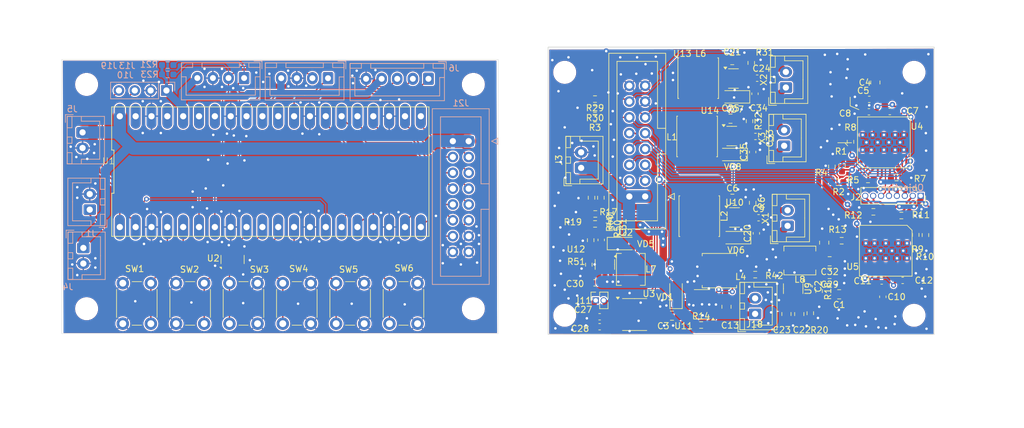
<source format=kicad_pcb>
(kicad_pcb (version 20240108) (generator "pcbnew") (generator_version "8.0")
  (layers (0 "F.Cu" signal) (31 "B.Cu" signal) (34 "B.Paste" user) (35 "F.Paste" user) (36 "B.SilkS" user "B.Silkscreen") (37 "F.SilkS" user "F.Silkscreen") (38 "B.Mask" user) (39 "F.Mask" user) (44 "Edge.Cuts" user))
  (net 0 "")
  (net 1 "Strobe Input")
  (net 2 "GND")
  (net 3 "AOUT2_2")
  (net 4 "AOUT1_2")
  (net 5 "AOUT2_1")
  (net 6 "AOUT1_1")
  (net 7 "BOUT1_1")
  (net 8 "BOUT2_1")
  (net 9 "BOUT2_2")
  (net 10 "BOUT1_2")
  (net 11 "VarX")
  (net 12 "VarY")
  (net 13 "SW")
  (net 14 "+3V3")
  (net 15 "MOTORS_nSLEEP")
  (net 16 "Net-(U4-VCP)")
  (net 17 "Net-(U4-CONFIG)")
  (net 18 "Net-(U5-VCP)")
  (net 19 "Net-(U5-CONFIG)")
  (net 20 "Net-(U10-COMP)")
  (net 21 "Net-(J18-Pin_1)")
  (net 22 "Net-(VD6-K)")
  (net 23 "PWM_UV")
  (net 24 "RX")
  (net 25 "TX")
  (net 26 "PWM_RED")
  (net 27 "PWM_WHITE")
  (net 28 "STEP1")
  (net 29 "DIR1")
  (net 30 "Net-(U3-IA)")
  (net 31 "Net-(U3-IB)")
  (net 32 "Net-(U13-COMP)")
  (net 33 "DIR2")
  (net 34 "STEP2")
  (net 35 "Net-(U14-COMP)")
  (net 36 "Net-(J11-Pin_2)")
  (net 37 "Net-(J11-Pin_1)")
  (net 38 "+3.3VP")
  (net 39 "Net-(VD7-K)")
  (net 40 "Net-(J18-Pin_2)")
  (net 41 "SDA")
  (net 42 "Net-(U4-BDECAY)")
  (net 43 "Net-(U4-ADECAY)")
  (net 44 "Net-(U4-AISEN)")
  (net 45 "SCL")
  (net 46 "Net-(U4-BISEN)")
  (net 47 "Net-(U5-BDECAY)")
  (net 48 "Net-(U5-ADECAY)")
  (net 49 "Net-(U5-AISEN)")
  (net 50 "Solenoid_DIR")
  (net 51 "Net-(U5-BISEN)")
  (net 52 "Solenoid_ON")
  (net 53 "K1")
  (net 54 "PWM_IR")
  (net 55 "Net-(U9-SW)")
  (net 56 "Net-(U4-AVREF)")
  (net 57 "Net-(U5-AVREF)")
  (net 58 "VPP")
  (net 59 "VBUS")
  (net 60 "Net-(U11-SW)")
  (net 61 "Net-(U12-SW)")
  (net 62 "Net-(U12-FB)")
  (net 64 "Net-(VD8-K)")
  (net 65 "Net-(U10-SW)")
  (net 66 "Net-(U13-SW)")
  (net 67 "Net-(U14-SW)")
  (net 68 "Net-(U9-FB)")
  (net 69 "SW6")
  (net 70 "SW4")
  (net 71 "SW3")
  (net 72 "SW5")
  (net 73 "SW1")
  (net 74 "SW2")
  (net 75 "Net-(U4-nFAULT)")
  (net 76 "Net-(U5-nFAULT)")
  (net 81 "Net-(U10-FB)")
  (net 82 "Net-(U13-FB)")
  (net 83 "Net-(U14-FB)")
  (footprint "Resistor_SMD:R_0603_1608Metric_Pad0.98x0.95mm_HandSolder" (layer "F.Cu") (at -20.734314 -35.820001 -90)
    (property "Reference" "R51")
    (property "Value" "10k")
  )
  (footprint "Capacitor_SMD:C_0805_2012Metric_Pad1.18x1.45mm_HandSolder" (layer "F.Cu") (at 16.995686 -39.35 90)
    (property "Reference" "C26" (hide yes))
    (property "Value" "22u")
  )
  (footprint "Capacitor_SMD:C_0603_1608Metric_Pad1.08x0.95mm_HandSolder" (layer "F.Cu") (at 29.5775 -33.3)
    (property "Reference" "C12")
    (property "Value" "2.2")
  )
  (footprint "Capacitor_SMD:C_0603_1608Metric_Pad1.08x0.95mm_HandSolder" (layer "F.Cu") (at -19.814314 -32.900001 180)
    (property "Reference" "C30")
    (property "Value" "22u")
  )
  (footprint "Diode_SMD:D_SOD-123" (layer "F.Cu") (at -15.424314 -39.200001)
    (property "Reference" "VD5")
    (property "Value" "CDBA3100-HF")
  )
  (footprint "Capacitor_SMD:C_0805_2012Metric_Pad1.18x1.45mm_HandSolder" (layer "F.Cu") (at 25.195686 -65.06 90)
    (property "Reference" "C4")
    (property "Value" "22u")
  )
  (footprint "MountingHole:MountingHole_3.2mm_M3" (layer "F.Cu") (at 31.395686 -66.69)
    (property "Reference" "REF**" (hide yes))
    (property "Value" "MountingHole_3.2mm_M3" (hide yes))
  )
  (footprint "MountingHole:MountingHole_3.2mm_M3" (layer "F.Cu") (at -101.25 -64.75)
    (property "Reference" "REF**" (hide yes))
    (property "Value" "MountingHole_3.2mm_M3" (hide yes))
  )
  (footprint "Capacitor_SMD:C_0603_1608Metric_Pad1.08x0.95mm_HandSolder" (layer "F.Cu") (at 14.59 -32.33 -90)
    (property "Reference" "C2")
    (property "Value" "1n")
  )
  (footprint "Capacitor_SMD:C_0805_2012Metric_Pad1.18x1.45mm_HandSolder" (layer "F.Cu") (at -7.41 -27.63)
    (property "Reference" "C3")
    (property "Value" "22u")
  )
  (footprint "Package_TO_SOT_SMD:SOT-23-6" (layer "F.Cu") (at -18.161814 -35.85 -90)
    (property "Reference" "U12")
    (property "Value" "MT3608")
  )
  (footprint "MountingHole:MountingHole_3.2mm_M3" (layer "F.Cu") (at -39.25 -28.75)
    (property "Reference" "REF**" (hide yes))
    (property "Value" "MountingHole_3.2mm_M3" (hide yes))
  )
  (footprint "Capacitor_SMD:C_0603_1608Metric_Pad1.08x0.95mm_HandSolder" (layer "F.Cu") (at 5.9 -63.25 90)
    (property "Reference" "C34")
    (property "Value" "1u")
  )
  (footprint "Resistor_SMD:R_0603_1608Metric_Pad0.98x0.95mm_HandSolder" (layer "F.Cu") (at 28.6025 -49.8 180)
    (property "Reference" "R7")
    (property "Value" "3.9")
  )
  (footprint "Connector_JST:JST_XH_B2B-XH-A_1x02_P2.50mm_Vertical" (layer "F.Cu") (at 10.575 -54.9 90)
    (property "Reference" "X3")
    (property "Value" "Conn_01x02")
  )
  (footprint "Resistor_SMD:R_0603_1608Metric_Pad0.98x0.95mm_HandSolder" (layer "F.Cu") (at 33.23 -40.57 90)
    (property "Reference" "R10")
    (property "Value" "470")
  )
  (footprint "Resistor_SMD:R_0603_1608Metric_Pad0.98x0.95mm_HandSolder" (layer "F.Cu") (at -20.444314 -39.75 -90)
    (property "Reference" "R50")
    (property "Value" "100k")
  )
  (footprint "Package_TO_SOT_SMD:SOT-23-6" (layer "F.Cu") (at 2.45 -65.7)
    (property "Reference" "U13")
    (property "Value" "TPS61165DBV")
  )
  (footprint "Resistor_SMD:R_0603_1608Metric_Pad0.98x0.95mm_HandSolder" (layer "F.Cu") (at 5.935001 -34.219999)
    (property "Reference" "R42")
    (property "Value" "10k")
  )
  (footprint "Capacitor_SMD:C_0603_1608Metric_Pad1.08x0.95mm_HandSolder" (layer "F.Cu") (at -19.004314 -27.46 180)
    (property "Reference" "C27")
    (property "Value" "0.1")
  )
  (footprint "Resistor_SMD:R_0603_1608Metric_Pad0.98x0.95mm_HandSolder" (layer "F.Cu") (at -19.75 -62.4 180)
    (property "Reference" "R29")
    (property "Value" "10k")
  )
  (footprint "Diode_SMD:D_SOD-123" (layer "F.Cu") (at -6.76 -31.1325 90)
    (property "Reference" "VD1")
    (property "Value" "CDBA3100-HF")
  )
  (footprint "Inductor_SMD:L_Chilisin_BMRx00040412" (layer "F.Cu") (at -14.004314 -35.06 90)
    (property "Reference" "L7")
    (property "Value" "4u7")
  )
  (footprint "Capacitor_SMD:C_0603_1608Metric_Pad1.08x0.95mm_HandSolder" (layer "F.Cu") (at -18.754314 -39.79 -90)
    (property "Reference" "C31")
    (property "Value" "22u")
  )
  (footprint "MountingHole:MountingHole_3.2mm_M3" (layer "F.Cu") (at -24.604314 -27.69)
    (property "Reference" "REF**" (hide yes))
    (property "Value" "MountingHole_3.2mm_M3" (hide yes))
  )
  (footprint "Capacitor_SMD:C_0603_1608Metric_Pad1.08x0.95mm_HandSolder" (layer "F.Cu") (at 27.515 -60.4 180)
    (property "Reference" "C7")
    (property "Value" "0.01")
  )
  (footprint "Connector_JST:JST_XH_B2B-XH-A_1x02_P2.50mm_Vertical" (layer "F.Cu") (at 11.125 -42.05 90)
    (property "Reference" "X1")
    (property "Value" "Conn_01x02")
  )
  (footprint "Package_SO:SOIC-8_3.9x4.9mm_P1.27mm" (layer "F.Cu") (at -13.394314 -27.82)
    (property "Reference" "U3")
    (property "Value" "~")
  )
  (footprint "Capacitor_SMD:C_0805_2012Metric_Pad1.18x1.45mm_HandSolder" (layer "F.Cu") (at 17.87 -36.36 180)
    (property "Reference" "C32")
    (property "Value" "22u")
  )
  (footprint "Resistor_SMD:R_0603_1608Metric_Pad0.98x0.95mm_HandSolder" (layer "F.Cu") (at -20.304314 -46.56 -90)
    (property "Reference" "R19")
    (property "Value" "1k")
  )
  (footprint "Package_DFN_QFN:DFN-14_1.35x3.5mm_P0.5mm" (layer "F.Cu") (at -77.85 -36.65 90)
    (property "Reference" "U2")
    (property "Value" "SP3012-06UTG")
  )
  (footprint "Package_TO_SOT_SMD:SOT-89-5" (layer "F.Cu") (at -2.59 -29.457501 180)
    (property "Reference" "U11")
    (property "Value" "~")
  )
  (footprint "Capacitor_SMD:C_0805_2012Metric_Pad1.18x1.45mm_HandSolder" (layer "F.Cu") (at 13 -27.89 -90)
    (property "Reference" "C22")
    (property "Value" "22u")
  )
  (footprint "Capacitor_SMD:C_0805_2012Metric_Pad1.18x1.45mm_HandSolder" (layer "F.Cu") (at 19.395686 -31.06 180)
    (property "Reference" "C1")
    (property "Value" "22u")
  )
  (footprint "Resistor_SMD:R_0603_1608Metric_Pad0.98x0.95mm_HandSolder" (layer "F.Cu") (at 31.665 -40.6 90)
    (property "Reference" "R9")
    (property "Value" "470")
  )
  (footprint "Diode_SMD:D_SOD-123" (layer "F.Cu") (at 2.875 -40.15 180)
    (property "Reference" "VD6")
    (property "Value" "CDBA3100-HF")
  )
  (footprint "Package_TO_SOT_SMD:SOT-23-6" (layer "F.Cu") (at 2.175 -56.4625)
    (property "Reference" "U14")
    (property "Value" "TPS61165DBV")
  )
  (footprint "Resistor_SMD:R_0603_1608Metric_Pad0.98x0.95mm_HandSolder" (layer "F.Cu") (at 19.85 -51.695092 -90)
    (property "Reference" "R1")
    (property "Value" "47k")
  )
  (footprint "Resistor_SMD:R_0603_1608Metric_Pad0.98x0.95mm_HandSolder" (layer "F.Cu") (at 18.23 -51.565092 -90)
    (property "Reference" "R4")
    (property "Value" "470")
  )
  (footprint "My_8_lib_pretty:RP2040-LCD-0.96" (layer "F.Cu") (at -71.8 -50.75 90)
    (property "Reference" "U1")
    (property "Value" "Raspberri_Pi_Pico")
  )
  (footprint "Inductor_SMD:L_APV_ANR6045" (layer "F.Cu") (at -3.2 -65.75 -90)
    (property "Reference" "L6")
    (property "Value" "22uH")
  )
  (footprint "Resistor_SMD:R_0603_1608Metric_Pad0.98x0.95mm_HandSolder" (layer "F.Cu") (at 19.16 -49.065092)
    (property "Reference" "R2")
    (property "Value" "470")
  )
  (footprint "Capacitor_SMD:C_0805_2012Metric_Pad1.18x1.45mm_HandSolder" (layer "F.Cu") (at 2.275 -46.4)
    (property "Reference" "C6")
    (property "Value" "4u7")
  )
  (footprint "Capacitor_SMD:C_0603_1608Metric_Pad1.08x0.95mm_HandSolder" (layer "F.Cu") (at 24.215 -62.35)
    (property "Reference" "C5")
    (property "Value" "0.1")
  )
  (footprint "Resistor_SMD:R_0603_1608Metric_Pad0.98x0.95mm_HandSolder" (layer "F.Cu") (at 16.17 -31.58 -90)
    (property "Reference" "R18")
    (property "Value" "45k")
  )
  (footprint "Capacitor_SMD:C_0603_1608Metric_Pad1.08x0.95mm_HandSolder" (layer "F.Cu") (at 26.215 -33.2)
    (property "Reference" "C11")
    (property "Value" "0.01")
  )
  (footprint "Inductor_SMD:L_Chilisin_BMRx00040412" (layer "F.Cu") (at 13.09 -36.49 180)
    (property "Reference" "L8")
    (property "Value" "4u7")
  )
  (footprint "Connector_JST:JST_XH_B2B-XH-A_1x02_P2.50mm_Vertical" (layer "F.Cu") (at 10.85 -64.25 90)
    (property "Reference" "X2")
    (property "Value" "Conn_01x02")
  )
  (footprint "Diode_SMD:D_SOD-123" (layer "F.Cu") (at 2.325 -53.5 180)
    (property "Reference" "VD8")
    (property "Value" "CDBA3100-HF")
  )
  (footprint "Resistor_SMD:R_0603_1608Metric_Pad0.98x0.95mm_HandSolder" (layer "F.Cu") (at 24.8775 -44.3)
    (property "Reference" "R12")
    (property "Value" "3.9")
  )
  (footprint "Resistor_SMD:R_0603_1608Metric_Pad0.98x0.95mm_HandSolder" (layer "F.Cu") (at -19.75 -59.25 180)
    (property "Reference" "R3")
    (property "Value" "10k")
  )
  (footprint "Resistor_SMD:R_0603_1608Metric_Pad0.98x0.95mm_HandSolder" (layer "F.Cu") (at -19.704314 -43.96)
    (property "Reference" "R41")
    (property "Value" "10k")
  )
  (footprint "Capacitor_SMD:C_0603_1608Metric_Pad1.08x0.95mm_HandSolder" (layer "F.Cu") (at -19.004314 -25.86)
    (property "Reference" "C28")
    (property "Value" "0.1")
  )
  (footprint "Resistor_SMD:R_0603_1608Metric_Pad0.98x0.95mm_HandSolder" (layer "F.Cu") (at 21.21 -55.54 -90)
    (property "Reference" "R8")
    (property "Value" "10k")
  )
  (footprint "Capacitor_SMD:C_0603_1608Metric_Pad1.08x0.95mm_HandSolder" (layer "F.Cu") (at 6.25 -65.75)
    (property "Reference" "C24")
    (property "Value" "0.22 uF")
  )
  (footprint "Capacitor_SMD:C_0603_1608Metric_Pad1.08x0.95mm_HandSolder" (layer "F.Cu") (at 5.975 -56.4)
    (property "Reference" "C33")
    (property "Value" "0.22 uF")
  )
  (footprint "Connector_JST:JST_XH_B2B-XH-A_1x02_P2.50mm_Vertical" (layer "F.Cu") (at 5.92 -27.92 90)
    (property "Reference" "J18")
    (property "Value" "Screw_Terminal_01x02")
  )
  (footprint "Resistor_SMD:R_0603_1608Metric_Pad0.98x0.95mm_HandSolder" (layer "F.Cu") (at 14.77 -28.03 -90)
    (property "Reference" "R20")
    (property "Value" "10k")
  )
  (footprint "Resistor_SMD:R_0603_1608Metric_Pad0.98x0.95mm_HandSolder" (layer "F.Cu") (at 24.015 -49.5)
    (property "Reference" "R5")
    (property "Value" "3.9")
  )
  (footprint "MountingHole:MountingHole_3.2mm_M3" (layer "F.Cu") (at -39.25 -64.75)
    (property "Reference" "REF**" (hide yes))
    (property "Value" "MountingHole_3.2mm_M3" (hide yes))
  )
  (footprint "Diode_SMD:D_SOD-123" (layer "F.Cu") (at 2.7 -62.75 180)
    (property "Reference" "VD7")
    (property "Value" "CDBA3100-HF")
  )
  (footprint "Inductor_SMD:L_APV_ANR6045" (layer "F.Cu") (at -3.375 -56.4 -90)
    (property "Reference" "L1")
    (property "Value" "22uH")
  )
  (footprint "Capacitor_SMD:C_0603_1608Metric_Pad1.08x0.95mm_HandSolder" (layer "F.Cu") (at 6.125 -40.85 90)
    (property "Reference" "C20")
    (property "Value" "1u")
  )
  (footprint "Button_Switch_THT:SW_PUSH_6mm" (layer "F.Cu") (at -78.35 -26.35 90)
    (property "Reference" "SW3")
    (property "Value" "SW_Push")
  )
  (footprint "Button_Switch_THT:SW_PUSH_6mm" (layer "F.Cu") (at -61.25 -26.35 90)
    (property "Reference" "SW5")
    (property "Value" "SW_Push")
  )
  (footprint "Package_TO_SOT_SMD:SOT-23-6" (layer "F.Cu") (at 2.625 -43.4)
    (property "Reference" "U10")
    (property "Value" "TPS61165DBV")
  )
  (footprint "Resistor_SMD:R_0603_1608Metric_Pad0.98x0.95mm_HandSolder" (layer "F.Cu") (at 5.025 -58.85 -90)
    (property "Reference" "R32")
    (property "Value" "1 Ohm")
  )
  (footprint "Capacitor_SMD:C_0603_1608Metric_Pad1.08x0.95mm_HandSolder" (layer "F.Cu") (at 26.395686 -30.66 -90)
    (property "Reference" "C10")
    (property "Value" "0.1")
  )
  (footprint "Connector_IDC:IDC-Header_2x08_P2.54mm_Vertical" (layer "F.Cu") (at -11.704314 -46.76 180)
    (property "Reference" "J22")
    (property "Value" "Conn_02x08_Odd_Even")
  )
  (footprint "MountingHole:MountingHole_3.2mm_M3" (layer "F.Cu") (at -24.604314 -66.69)
    (property "Reference" "REF**" (hide yes))
    (property "Value" "MountingHole_3.2mm_M3" (hide yes))
  )
  (footprint "Resistor_SMD:R_0603_1608Metric_Pad0.98x0.95mm_HandSolder" (layer "F.Cu") (at 5.3 -68.2 -90)
    (property "Reference" "R31")
    (property "Value" "1 Ohm")
  )
  (footprint "Resistor_SMD:R_0603_1608Metric_Pad0.98x0.95mm_HandSolder" (layer "F.Cu") (at -19.734314 -42.36)
    (property "Reference" "R40")
    (property "Value" "10k")
  )
  (footprint "MountingHole:MountingHole_3.2mm_M3" (layer "F.Cu") (at 31.395686 -27.69)
    (property "Reference" "REF**" (hide yes))
    (property "Value" "MountingHole_3.2mm_M3" (hide yes))
  )
  (footprint "Capacitor_SMD:C_0805_2012Metric_Pad1.18x1.45mm_HandSolder" (layer "F.Cu") (at 10.94 -27.9 90)
    (property "Reference" "C23")
    (property "Value" "22u")
  )
  (footprint "Button_Switch_THT:SW_PUSH_6mm" (layer "F.Cu") (at -90.95 -32.85 -90)
    (property "Reference" "SW1")
    (property "Value" "SW_Push")
  )
  (footprint "Capacitor_SMD:C_0805_2012Metric_Pad1.18x1.45mm_HandSolder" (layer "F.Cu") (at 1.33 -29.06 90)
    (property "Reference" "C13")
    (property "Value" "22u")
  )
  (footprint "Connector_JST:JST_XH_B2B-XH-A_1x02_P2.50mm_Vertical" (layer "F.Cu") (at -21.975 -51.35 90)
    (property "Reference" "J3")
    (property "Value" "Screw_Terminal_01x02")
  )
  (footprint "MountingHole:MountingHole_3.2mm_M3" (layer "F.Cu") (at -101.25 -28.75)
    (property "Reference" "REF**" (hide yes))
    (property "Value" "MountingHole_3.2mm_M3" (hide yes))
  )
  (footprint "Resistor_SMD:R_0603_1608Metric_Pad0.98x0.95mm_HandSolder" (layer "F.Cu") (at 29.365 -43.7 180)
    (property "Reference" "R11")
    (property "Value" "3.9")
  )
  (footprint "Package_TO_SOT_SMD:SOT-23-5" (layer "F.Cu") (at 12.02 -31.97 -90)
    (property "Reference" "U9")
    (property "Value" "RY3430")
  )
  (footprint "Button_Switch_THT:SW_PUSH_6mm" (layer "F.Cu") (at -69.8 -26.35 90)
    (property "Reference" "SW4")
    (property "Value" "SW_Push")
  )
  (footprint "Capacitor_SMD:C_0805_2012Metric_Pad1.18x1.45mm_HandSolder" (layer "F.Cu") (at 1.975 -59.25)
    (property "Reference" "C25")
    (property "Value" "4u7")
  )
  (footprint "Capacitor_SMD:C_0603_1608Metric_Pad1.08x0.95mm_HandSolder" (layer "F.Cu") (at 5.525 -53.9 90)
    (property "Reference" "C35")
    (property "Value" "1u")
  )
  (footprint "Resistor_SMD:R_0603_1608Metric_Pad0.98x0.95mm_HandSolder" (layer "F.Cu") (at -19.75 -60.8 180)
    (property "Reference" "R30")
    (property "Value" "10k")
  )
  (footprint "Capacitor_SMD:C_0603_1608Metric_Pad1.08x0.95mm_HandSolder" (layer "F.Cu") (at 6.475 -43.35)
    (property "Reference" "C9")
    (property "Value" "0.22 uF")
  )
  (footprint "Button_Switch_THT:SW_PUSH_6mm" (layer "F.Cu") (at -52.7 -26.35 90)
    (property "Reference" "SW6")
    (property "Value" "SW_Push")
  )
  (footprint "Vedro:DRV8834PWP" (layer "F.Cu") (at 26.565 -55.45)
    (property "Reference" "U4")
    (property "Value" "DRV8834PWP" (hide yes))
  )
  (footprint "Resistor_SMD:R_0603_1608Metric_Pad0.98x0.95mm_HandSolder" (layer "F.Cu") (at 19.795686 -39.66)
    (property "Reference" "R13")
    (property "Value" "10 k")
  )
  (footprint "Vedro:DRV8834PWP" (layer "F.Cu") (at 26.865 -38.05 180)
    (property "Reference" "U5")
    (property "Value" "DRV8834PWP" (hide yes))
  )
  (footprint "Resistor_SMD:R_0603_1608Metric_Pad0.98x0.95mm_HandSolder" (layer "F.Cu") (at -2.73 -26.13)
    (property "Reference" "R14")
    (property "Value" "1")
  )
  (footprint "Capacitor_SMD:C_0603_1608Metric_Pad1.08x0.95mm_HandSolder" (layer "F.Cu") (at 24.165 -60.35 180)
    (property "Reference" "C8")
    (property "Value" "2.2")
  )
  (footprint "Capacitor_SMD:C_0805_2012Metric_Pad1.18x1.45mm_HandSolder" (layer "F.Cu") (at 2.25 -68.65)
    (property "Reference" "C21")
    (property "Value" "4u7")
  )
  (footprint "Button_Switch_THT:SW_PUSH_6mm" (layer "F.Cu") (at -82.4 -32.85 -90)
    (property "Reference" "SW2")
    (property "Value" "SW_Push")
  )
  (footprint "Inductor_SMD:L_APV_ANR6045" (layer "F.Cu") (at -3.025 -43.6 -90)
    (property "Reference" "L2")
    (property "Value" "22uH")
  )
  (footprint "Inductor_SMD:L_APV_ANR5045" (layer "F.Cu") (at 0.2 -34.86)
    (property "Reference" "L4")
    (property "Value" "47uH")
  )
  (footprint "Capacitor_SMD:C_0805_2012Metric_Pad1.18x1.45mm_HandSolder" (layer "F.Cu") (at 17.86 -34.32 180)
    (property "Reference" "C29")
    (property "Value" "22u")
  )
  (footprint "Connector_PinSocket_1.27mm:PinSocket_1x02_P1.27mm_Vertical" (layer "F.Cu") (at -19.629314 -30.085 90)
    (property "Reference" "J11")
    (property "Value" "Screw_Terminal_01x02" (hide yes))
  )
  (footprint "Resistor_SMD:R_0603_1608Metric_Pad0.98x0.95mm_HandSolder" (layer "F.Cu") (at -18.804314 -46.56 -90)
    (property "Reference" "R17")
    (property "Value" "1k")
  )
  (footprint "Resistor_SMD:R_0603_1608Metric_Pad0.98x0.95mm_HandSolder" (layer "F.Cu") (at 5.525 -45.75 -90)
    (property "Reference" "R6")
    (property "Value" "1 Ohm")
  )
  (footprint "Connector_PinSocket_1.27mm:PinSocket_1x08_P1.27mm_Vertical" (layer "F.Cu") (at 32.46 -46.87 -90)
    (property "Reference" "J2")
    (property "Value" "Objective")
  )
  (footprint "Connector_JST:JST_XH_B2B-XH-A_1x02_P2.50mm_Vertical" (layer "B.Cu") (at -100.75 -44.65 90)
    (property "Reference" "J1")
    (property "Value" "Screw_Terminal_01x02")
  )
  (footprint "Connector_JST:JST_XH_B4B-XH-A_1x04_P2.50mm_Vertical" (layer "B.Cu") (at -76 -65.775 180)
    (property "Reference" "J19")
    (property "Value" "I2C")
  )
  (footprint "Resistor_SMD:R_0603_1608Metric_Pad0.98x0.95mm_HandSolder" (layer "B.Cu") (at -88.25 -66.35)
    (property "Reference" "R23")
    (property "Value" "4k7")
  )
  (footprint "Resistor_SMD:R_0603_1608Metric_Pad0.98x0.95mm_HandSolder" (layer "B.Cu") (at -88.25 -67.85)
    (property "Reference" "R21")
    (property "Value" "4k7")
  )
  (footprint "Connector_JST:JST_XH_B2B-XH-A_1x02_P2.50mm_Vertical" (layer "B.Cu") (at -101.775 -38.5 -90)
    (property "Reference" "J4")
    (property "Value" "Screw_Terminal_01x02")
  )
  (footprint "Connector_JST:JST_XH_B4B-XH-A_1x04_P2.50mm_Vertical" (layer "B.Cu") (at -62.55 -65.75 180)
    (property "Reference" "J13")
    (property "Value" "I2C")
  )
  (footprint "Connector_JST:JST_XH_B2B-XH-A_1x02_P2.50mm_Vertical" (layer "B.Cu") (at -101.9 -57.05 -90)
    (property "Reference" "J5")
    (property "Value" "Screw_Terminal_01x02")
  )
  (footprint "Connector_PinSocket_2.54mm:PinSocket_1x04_P2.54mm_Vertical" (layer "B.Cu") (at -88.45 -63.775 90)
    (property "Reference" "J10")
    (property "Value" "I2C")
  )
  (footprint "Connector_IDC:IDC-Header_2x08_P2.54mm_Vertical" (layer "B.Cu") (at -39.9975 -55.64 180)
    (property "Reference" "J21")
    (property "Value" "Conn_02x08_Odd_Even")
  )
  (footprint "Connector_JST:JST_XH_B5B-XH-A_1x05_P2.50mm_Vertical" (layer "B.Cu") (at -46.45 -65.65 180)
    (property "Reference" "J6")
    (property "Value" "Joystick")
  )
  (gr_line (start 21.165 -62.7) (end 21.165 -61.3) (stroke (width 0.12)) (layer "F.SilkS"))
  (gr_line (start 21.375 -55.39) (end 19.175 -55.39) (stroke (width 0.12)) (layer "F.SilkS"))
  (gr_line (start 20.765 -54.9) (end 20.365 -55.3) (stroke (width 0.12)) (layer "F.SilkS"))
  (gr_line (start 21.165 -61.3) (end 22.565 -60.7) (stroke (width 0.12)) (layer "F.SilkS"))
  (gr_rect (start -27.27 -70.74) (end 34.63 -24.64) (stroke (width 0.1)) (fill none) (layer "Edge.Cuts"))
  (gr_rect (start -105.25 -68.75) (end -35.25 -24.75) (stroke (width 0.05)) (fill none) (layer "Edge.Cuts"))
  (segment (start -100.75 -43.8) (end -96.51 -39.56) (width 0.2) (layer "F.Cu") (net 1))
  (segment (start -100.75 -44.65) (end -100.75 -43.8) (width 0.2) (layer "F.Cu") (net 1))
  (segment (start -92.25 -45.75) (end -91.65 -46.35) (width 0.2) (layer "F.Cu") (net 1))
  (segment (start -96.51 -39.56) (end -92.84 -39.56) (width 0.2) (layer "F.Cu") (net 1))
  (segment (start -92.25 -40.15) (end -92.25 -45.75) (width 0.2) (layer "F.Cu") (net 1))
  (segment (start -92.84 -39.56) (end -92.25 -40.15) (width 0.2) (layer "F.Cu") (net 1))
  (via (at -91.65 -46.35) (size 0.8) (drill 0.4) (layers "F.Cu" "B.Cu") (net 1))
  (segment (start -62.91 -45.51) (end -62.91 -41.86) (width 0.2) (layer "B.Cu") (net 1))
  (segment (start -63.75 -46.35) (end -62.91 -45.51) (width 0.2) (layer "B.Cu") (net 1))
  (segment (start -91.65 -46.35) (end -63.75 -46.35) (width 0.2) (layer "B.Cu") (net 1))
  (segment (start 23.94 -35.25) (end 23.94 -37.125) (width 0.2) (layer "F.Cu") (net 2))
  (segment (start 23.94 -37.125) (end 23.665 -36.85) (width 0.2) (layer "F.Cu") (net 2))
  (segment (start -77.35 -36.025) (end -77.35 -37.275) (width 0.2) (layer "F.Cu") (net 2))
  (segment (start 30.14 -57.025) (end 29.765 -56.65) (width 0.2) (layer "F.Cu") (net 2))
  (segment (start 24.865 -38.05) (end 26.865 -38.05) (width 0.2) (layer "F.Cu") (net 2))
  (segment (start 24.94 -57.075) (end 26.565 -55.45) (width 0.3) (layer "F.Cu") (net 2))
  (segment (start -77.35 -37.762046) (end -76.362046 -38.75) (width 0.2) (layer "F.Cu") (net 2))
  (segment (start 23.29 -36.475) (end 24.865 -38.05) (width 0.2) (layer "F.Cu") (net 2))
  (segment (start -76.362046 -38.75) (end -75.95 -38.75) (width 0.2) (layer "F.Cu") (net 2))
  (segment (start 29.49 -58.25) (end 30.14 -58.25) (width 0.2) (layer "F.Cu") (net 2))
  (segment (start 30.14 -58.25) (end 30.14 -57.025) (width 0.2) (layer "F.Cu") (net 2))
  (segment (start 32.557579 -31.897579) (end 32.63 -31.97) (width 0.2) (layer "F.Cu") (net 2))
  (segment (start 28.49 -35.25) (end 28.49 -36.875) (width 0.3) (layer "F.Cu") (net 2))
  (segment (start 29.49 -56.375) (end 29.765 -56.65) (width 0.2) (layer "F.Cu") (net 2))
  (segment (start 28.49 -36.875) (end 28.665 -37.05) (width 0.3) (layer "F.Cu") (net 2))
  (segment (start 29.49 -58.25) (end 29.49 -56.375) (width 0.2) (layer "F.Cu") (net 2))
  (segment (start -77.35 -35.45) (end -77.35 -36.025) (width 0.2) (layer "F.Cu") (net 2))
  (segment (start -77.35 -37.275) (end -77.35 -37.762046) (width 0.2) (layer "F.Cu") (net 2))
  (segment (start 28.84 -51.759314) (end 28.84 -52.65) (width 0.2) (layer "F.Cu") (net 2))
  (segment (start 23.29 -35.25) (end 23.29 -36.475) (width 0.2) (layer "F.Cu") (net 2))
  (segment (start 24.94 -58.25) (end 24.94 -57.075) (width 0.3) (layer "F.Cu") (net 2))
  (segment (start -76.15 -34.25) (end -77.35 -35.45) (width 0.2) (layer "F.Cu") (net 2))
  (via (at 32.63 -31.97) (size 0.9) (drill 0.4) (layers "F.Cu" "B.Cu") (net 2))
  (via (at -16.904314 -53.16) (size 0.9) (drill 0.4) (layers "F.Cu" "B.Cu") (net 2))
  (via (at -91.55 -44.75) (size 0.8) (drill 0.4) (layers "F.Cu" "B.Cu") (net 2))
  (via (at -25.204314 -34.36) (size 0.9) (drill 0.4) (layers "F.Cu" "B.Cu") (net 2))
  (via (at -82.15 -48.05) (size 0.8) (drill 0.4) (layers "F.Cu" "B.Cu") (net 2))
  (via (at -99.85 -35.35) (size 0.8) (drill 0.4) (layers "F.Cu" "B.Cu") (net 2))
  (via (at 20.745 -67.184908) (size 0.9) (drill 0.4) (layers "F.Cu" "B.Cu") (net 2))
  (via (at -68.9 -64.45) (size 0.8) (drill 0.4) (layers "F.Cu" "B.Cu") (net 2))
  (via (at -66.95 -61.85) (size 0.8) (drill 0.4) (layers "F.Cu" "B.Cu") (net 2))
  (via (at -63.95 -56.75) (size 0.8) (drill 0.4) (layers "F.Cu" "B.Cu") (net 2))
  (via (at -84.25 -45.05) (size 0.8) (drill 0.4) (layers "F.Cu" "B.Cu") (net 2))
  (via (at -81.75 -52.65) (size 0.8) (drill 0.4) (layers "F.Cu" "B.Cu") (net 2))
  (via (at 30.95 -49.76) (size 0.9) (drill 0.4) (layers "F.Cu" "B.Cu") (net 2))
  (via (at 4.5 -55.3) (size 0.9) (drill 0.4) (layers "F.Cu" "B.Cu") (net 2))
  (via (at -82.35 -67.25) (size 0.8) (drill 0.4) (layers "F.Cu" "B.Cu") (net 2))
  (via (at -79.55 -67.25) (size 0.8) (drill 0.4) (layers "F.Cu" "B.Cu") (net 2))
  (via (at 2.95 -54.55) (size 0.9) (drill 0.4) (layers "F.Cu" "B.Cu") (net 2))
  (via (at 21.87 -60.05) (size 0.9) (drill 0.4) (layers "F.Cu" "B.Cu") (net 2))
  (via (at -24.8 -38.1) (size 0.9) (drill 0.4) (layers "F.Cu" "B.Cu") (net 2))
  (via (at -80.65 -35.65) (size 0.8) (drill 0.4) (layers "F.Cu" "B.Cu") (net 2))
  (via (at -20 -54.8) (size 0.9) (drill 0.4) (layers "F.Cu" "B.Cu") (net 2))
  (via (at -16.704314 -55.86) (size 0.9) (drill 0.4) (layers "F.Cu" "B.Cu") (net 2))
  (via (at 25.69 -25.75) (size 0.9) (drill 0.4) (layers "F.Cu" "B.Cu") (net 2))
  (via (at -44.15 -38.95) (size 0.8) (drill 0.4) (layers "F.Cu" "B.Cu") (net 2))
  (via (at -77.65 -56.55) (size 0.8) (drill 0.4) (layers "F.Cu" "B.Cu") (net 2))
  (via (at 21.97 -26.15) (size 0.9) (drill 0.4) (layers "F.Cu" "B.Cu") (net 2))
  (via (at -89.35 -62.05) (size 0.8) (drill 0.4) (layers "F.Cu" "B.Cu") (net 2))
  (via (at 12.23 -34.56) (size 0.9) (drill 0.4) (layers "F.Cu" "B.Cu") (net 2))
  (via (at -89.35 -56.95) (size 0.8) (drill 0.4) (layers "F.Cu" "B.Cu") (net 2))
  (via (at 20.31 -36.36) (size 0.9) (drill 0.4) (layers "F.Cu" "B.Cu") (net 2))
  (via (at -3.35 -35.5) (size 0.9) (drill 0.4) (layers "F.Cu" "B.Cu") (net 2))
  (via (at 6.6 -69.95) (size 0.9) (drill 0.4) (layers "F.Cu" "B.Cu") (net 2))
  (via (at 9.19 -31.05) (size 0.9) (drill 0.4) (layers "F.Cu" "B.Cu") (net 2))
  (via (at -54.05 -44.15) (size 0.8) (drill 0.4) (layers "F.Cu" "B.Cu") (net 2))
  (via (at 31.565 -43.65) (size 0.9) (drill 0.4) (layers "F.Cu" "B.Cu") (net 2))
  (via (at -75.078759 -36.544835) (size 0.8) (drill 0.4) (layers "F.Cu" "B.Cu") (net 2))
  (via (at -89.65 -65.15) (size 0.8) (drill 0.4) (layers "F.Cu" "B.Cu") (net 2))
  (via (at -14.204314 -25.16) (size 0.9) (drill 0.4) (layers "F.Cu" "B.Cu") (net 2))
  (via (at -44.15 -36.05) (size 0.8) (drill 0.4) (layers "F.Cu" "B.Cu") (net 2))
  (via (at 3.1 -69.95) (size 0.9) (drill 0.4) (layers "F.Cu" "B.Cu") (net 2))
  (via (at 2.55 -62.65) (size 0.9) (drill 0.4) (layers "F.Cu" "B.Cu") (net 2))
  (via (at 23.57 -69.555092) (size 0.9) (drill 0.4) (layers "F.Cu" "B.Cu") (net 2))
  (via (at -26.204314 -45.26) (size 0.9) (drill 0.4) (layers "F.Cu" "B.Cu") (net 2))
  (via (at -76.15 -29.65) (size 0.8) (drill 0.4) (layers "F.Cu" "B.Cu") (net 2))
  (via (at -75.65 -56.45) (size 0.8) (drill 0.4) (layers "F.Cu" "B.Cu") (net 2))
  (via (at -92.25 -62.05) (size 0.8) (drill 0.4) (layers "F.Cu" "B.Cu") (net 2))
  (via (at 7.79 -36.69) (size 0.9) (drill 0.4) (layers "F.Cu" "B.Cu") (net 2))
  (via (at -58.65 -66.15) (size 0.8) (drill 0.4) (layers "F.Cu" "B.Cu") (net 2))
  (via (at 19.32383 -43.096574) (size 0.9) (drill 0.4) (layers "F.Cu" "B.Cu") (net 2))
  (via (at 5.7 -47.9) (size 0.9) (drill 0.4) (layers "F.Cu" "B.Cu") (net 2))
  (via (at -54.95 -67.05) (size 0.8) (drill 0.4) (layers "F.Cu" "B.Cu") (net 2))
  (via (at -51.15 -62.35) (size 0.8) (drill 0.4) (layers "F.Cu" "B.Cu") (net 2))
  (via (at 17.23 -51.69) (size 0.9) (drill 0.4) (layers "F.Cu" "B.Cu") (net 2))
  (via (at 18.367107 -53.582893) (size 0.8) (drill 0.4) (layers "F.Cu" "B.Cu") (net 2))
  (via (at -26.1 -25.6) (size 0.9) (drill 0.4) (layers "F.Cu" "B.Cu") (net 2))
  (via (at 4.2 -69.85) (size 0.9) (drill 0.4) (layers "F.Cu" "B.Cu") (net 2))
  (via (at -10.64 -66.5) (size 0.9) (drill 0.4) (layers "F.Cu" "B.Cu") (net 2))
  (via (at -8.68 -26.05) (size 0.9) (drill 0.4) (layers "F.Cu" "B.Cu") (net 2))
  (via (at 16.195686 -29.06) (size 0.9) (drill 0.4) (layers "F.Cu" "B.Cu") (net 2))
  (via (at 5.1 -61.05) (size 0.9) (drill 0.4) (layers "F.Cu" "B.Cu") (net 2))
  (via (at 4.67 -37.2) (size 0.9) (drill 0.4) (layers "F.Cu" "B.Cu") (net 2))
  (via (at 2.65 -63.85) (size 0.9) (drill 0.4) (layers "F.Cu" "B.Cu") (net 2))
  (via (at 22.15 -61.37) (size 0.9) (drill 0.4) (layers "F.Cu" "B.Cu") (net 2))
  (via (at -72.95 -65.15) (size 0.8) (drill 0.4) (layers "F.Cu" "B.Cu") (net 2))
  (via (at -3.85 -33.15) (size 0.9) (drill 0.4) (layers "F.Cu" "B.Cu") (net 2))
  (via (at -25.604314 -47.36) (size 0.9) (drill 0.4) (layers "F.Cu" "B.Cu") (net 2))
  (via (at -15.7 -69.1) (size 0.9) (drill 0.4) (layers "F.Cu" "B.Cu") (net 2))
  (via (at -16.904314 -60.46) (size 0.9) (drill 0.4) (layers "F.Cu" "B.Cu") (net 2))
  (via (at -16.104314 -38.26) (size 0.8) (drill 0.4) (layers "F.Cu" "B.Cu") (net 2))
  (via (at -63.95 -39.55) (size 0.8) (drill 0.4) (layers "F.Cu" "B.Cu") (net 2))
  (via (at 8 -55.3) (size 0.9) (drill 0.4) (layers "F.Cu" "B.Cu") (net 2))
  (via (at 20.195686 -32.86) (size 0.9) (drill 0.4) (layers "F.Cu" "B.Cu") (net 2))
  (via (at 23.32 -48.11) (size 0.9) (drill 0.4) (layers "F.Cu" "B.Cu") (net 2))
  (via (at -4.9 -33.05) (size 0.9) (drill 0.4) (layers "F.Cu" "B.Cu") (net 2))
  (via (at 20.84 -47.16) (size 0.9) (drill 0.4) (layers "F.Cu" "B.Cu") (net 2))
  (via (at -19.804314 -35.86) (size 0.8) (drill 0.4) (layers "F.Cu" "B.Cu") (net 2))
  (via (at -3.98 -29.29) (size 0.9) (drill 0.4) (layers "F.Cu" "B.Cu") (net 2))
  (via (at -102.75 -46.55) (size 0.8) (drill 0.4) (layers "F.Cu" "B.Cu") (net 2))
  (via (at -22.4 -46.5) (size 0.9) (drill 0.4) (layers "F.Cu" "B.Cu") (net 2))
  (via (at -22.804314 -44.26) (size 0.9) (drill 0.4) (layers "F.Cu" "B.Cu") (net 2))
  (via (at 17.7 -44.76) (size 0.9) (drill 0.4) (layers "F.Cu" "B.Cu") (net 2))
  (via (at 7.72 -32.67) (size 0.9) (drill 0.4) (layers "F.Cu" "B.Cu") (net 2))
  (via (at -102.75 -34.15) (size 0.8) (drill 0.4) (layers "F.Cu" "B.Cu") (net 2))
  (via (at -12.754314 -26.81) (size 0.9) (drill 0.4) (layers "F.Cu" "B.Cu") (net 2))
  (via (at -99.95 -55.15) (size 0.8) (drill 0.4) (layers "F.Cu" "B.Cu") (net 2))
  (via (at -21.054314 -27.208959) (size 0.9) (drill 0.4) (layers "F.Cu" "B.Cu") (net 2))
  (via (at 18.19 -57.62) (size 0.9) (drill 0.4) (layers "F.Cu" "B.Cu") (net 2))
  (via (at -75.95 -52.55) (size 0.8) (drill 0.4) (layers "F.Cu" "B.Cu") (net 2))
  (via (at -17.95 -70.09) (size 0.9) (drill 0.4) (layers "F.Cu" "B.Cu") (net 2))
  (via (at 19.35 -28.58) (size 0.9) (drill 0.4) (layers "F.Cu" "B.Cu") (net 2))
  (via (at 7.3 -64) (size 0.9) (drill 0.4) (layers "F.Cu" "B.Cu") (net 2))
  (via (at 20.68 -26.08) (size 0.9) (drill 0.4) (layers "F.Cu" "B.Cu") (net 2))
  (via (at -100.05 -53.75) (size 0.8) (drill 0.4) (layers "F.Cu" "B.Cu") (net 2))
  (via (at -12.424314 -29.72) (size 0.9) (drill 0.4) (layers "F.Cu" "B.Cu") (net 2))
  (via (at -81.85 -39.45) (size 0.8) (drill 0.4) (layers "F.Cu" "B.Cu") (net 2))
  (via (at -24 -69.1) (size 0.9) (drill 0.4) (layers "F.Cu" "B.Cu") (net 2))
  (via (at -102.75 -48.25) (size 0.8) (drill 0.4) (layers "F.Cu" "B.Cu") (net 2))
  (via (at -64.05 -44.45) (size 0.8) (drill 0.4) (layers "F.Cu" "B.Cu") (net 2))
  (via (at 5 -42.05) (size 0.9) (drill 0.4) (layers "F.Cu" "B.Cu") (net 2))
  (via (at 9.24 -37.01) (size 0.9) (drill 0.4) (layers "F.Cu" "B.Cu") (net 2))
  (via (at 28.29 -26.28) (size 0.9) (drill 0.4) (layers "F.Cu" "B.Cu") (net 2))
  (via (at 8 -42.25) (size 0.9) (drill 0.4) (layers "F.Cu" "B.Cu") (net 2))
  (via (at -25.35 -36.45) (size 0.9) (drill 0.4) (layers "F.Cu" "B.Cu") (net 2))
  (via (at 3.64 -34.85) (size 0.9) (drill 0.4) (layers "F.Cu" "B.Cu") (net 2))
  (via (at -24.6 -31.8) (size 0.9) (drill 0.4) (layers "F.Cu" "B.Cu") (net 2))
  (via (at -21.204314 -26.06) (size 0.9) (drill 0.4) (layers "F.Cu" "B.Cu") (net 2))
  (via (at -51.25 -44.25) (size 0.8) (drill 0.4) (layers "F.Cu" "B.Cu") (net 2))
  (via (at 20.41 -42.09) (size 0.9) (drill 0.4) (layers "F.Cu" "B.Cu") (net 2))
  (via (at 33.195686 -37.06) (size 0.9) (drill 0.4) (layers "F.Cu" "B.Cu") (net 2))
  (via (at -24.5 -49.8) (size 0.9) (drill 0.4) (layers "F.Cu" "B.Cu") (net 2))
  (via (at 8.4 -65.05) (size 0.9) (drill 0.4) (layers "F.Cu" "B.Cu") (net 2))
  (via (at 6.802479 -46.889463) (size 0.9) (drill 0.4) (layers "F.Cu" "B.Cu") (net 2))
  (via (at 6.25 -60.2) (size 0.9) (drill 0.4) (layers "F.Cu" "B.Cu") (net 2))
  (via (at 6.75 -55.25) (size 0.9) (drill 0.4) (layers "F.Cu" "B.Cu") (net 2))
  (via (at -9.3 -29.1) (size 0.9) (drill 0.4) (layers "F.Cu" "B.Cu") (net 2))
  (via (at -17.604314 -63.46) (size 0.9) (drill 0.4) (layers "F.Cu" "B.Cu") (net 2))
  (via (at 22.25 -40.32) (size 0.9) (drill 0.4) (layers "F.Cu" "B.Cu") (net 2))
  (via (at -2.59 -29.457501) (size 0.9) (drill 0.4) (layers "F.Cu" "B.Cu") (net 2))
  (via (at 8.558286 -29.858197) (size 0.9) (drill 0.4) (layers "F.Cu" "B.Cu") (net 2))
  (via (at 33.42 -61.15) (size 0.9) (drill 0.4) (layers "F.Cu" "B.Cu") (net 2))
  (via (at 4.4 -46.65) (size 0.9) (drill 0.4) (layers "F.Cu" "B.Cu") (net 2))
  (via (at 3.2 -47.9) (size 0.9) (drill 0.4) (layers "F.Cu" "B.Cu") (net 2))
  (via (at -16.1 -63.3) (size 0.9) (drill 0.4) (layers "F.Cu" "B.Cu") (net 2))
  (via (at -7.25 -66.6) (size 0.9) (drill 0.4) (layers "F.Cu" "B.Cu") (net 2))
  (via (at 24.215 -61.4) (size 0.9) (drill 0.4) (layers "F.Cu" "B.Cu") (net 2))
  (via (at 33.42 -50.98) (size 0.9) (drill 0.4) (layers "F.Cu" "B.Cu") (net 2))
  (via (at -93.45 -29.95) (size 0.8) (drill 0.4) (layers "F.Cu" "B.Cu") (net 2))
  (via (at -103.8 -54.75) (size 0.8) (drill 0.4) (layers "F.Cu" "B.Cu") (net 2))
  (via (at -24 -30.4) (size 0.9) (drill 0.4) (layers "F.Cu" "B.Cu") (net 2))
  (via (at -20.2 -67.04) (size 0.9) (drill 0.4) (layers "F.Cu" "B.Cu") (net 2))
  (via (at -25.604314 -63.66) (size 0.9) (drill 0.4) (layers "F.Cu" "B.Cu") (net 2))
  (via (at 22.49 -27.36) (size 0.9) (drill 0.4) (layers "F.Cu" "B.Cu") (net 2))
  (via (at 6.8 -68.7) (size 0.9) (drill 0.4) (layers "F.Cu" "B.Cu") (net 2))
  (via (at -21.9 -55.7) (size 0.9) (drill 0.4) (layers "F.Cu" "B.Cu") (net 2))
  (via (at -22.604314 -30.86) (size 0.9) (drill 0.4) (layers "F.Cu" "B.Cu") (net 2))
  (via (at -63.95 -61.85) (size 0.8) (drill 0.4) (layers "F.Cu" "B.Cu") (net 2))
  (via (at -22.104314 -33.990001) (size 0.9) (drill 0.4) (layers "F.Cu" "B.Cu") (net 2))
  (via (at -15.604314 -66.36) (size 0.9) (drill 0.4) (layers "F.Cu" "B.Cu") (net 2))
  (via (at -78.75 -56.85) (size 0.8) (drill 0.4) (layers "F.Cu" "B.Cu") (net 2))
  (via (at -38.65 -36.15) (size 0.8) (drill 0.4) (layers "F.Cu" "B.Cu") (net 2))
  (via (at 3.75 -60.75) (size 0.9) (drill 0.4) (layers "F.Cu" "B.Cu") (net 2))
  (via (at -26.404314 -38.66) (size 0.9) (drill 0.4) (layers "F.Cu" "B.Cu") (net 2))
  (via (at -102.9 -53.1) (size 0.8) (drill 0.4) (layers "F.Cu" "B.Cu") (net 2))
  (via (at -92.15 -65.35) (size 0.8) (drill 0.4) (layers "F.Cu" "B.Cu") (net 2))
  (via (at -25.5 -54.55) (size 0.9) (drill 0.4) (layers "F.Cu" "B.Cu") (net 2))
  (via (at 8.95 -65.95) (size 0.9) (drill 0.4) (layers "F.Cu" "B.Cu") (net 2))
  (via (at -74.05 -66.65) (size 0.8) (drill 0.4) (layers "F.Cu" "B.Cu") (net 2))
  (via (at -51.25 -39.35) (size 0.8) (drill 0.4) (layers "F.Cu" "B.Cu") (net 2))
  (via (at 22.46 -47.945092) (size 0.9) (drill 0.4) (layers "F.Cu" "B.Cu") (net 2))
  (via (at 25.25 -27.11) (size 0.9) (drill 0.4) (layers "F.Cu" "B.Cu") (net 2))
  (via (at -10 -61.7) (size 0.9) (drill 0.4) (layers "F.Cu" "B.Cu") (net 2))
  (via (at 20.559265 -65.788551) (size 0.9) (drill 0.4) (layers "F.Cu" "B.Cu") (net 2))
  (via (at -68.95 -66.95) (size 0.8) (drill 0.4) (layers "F.Cu" "B.Cu") (net 2))
  (via (at 33.37 -38.06) (size 0.9) (drill 0.4) (layers "F.Cu" "B.Cu") (net 2))
  (via (at 33.29 -56.93) (size 0.9) (drill 0.4) (layers "F.Cu" "B.Cu") (net 2))
  (via (at -4.649644 -29.418072) (size 0.9) (drill 0.4) (layers "F.Cu" "B.Cu") (net 2))
  (via (at 33.4 -25.53) (size 0.9) (drill 0.4) (layers "F.Cu" "B.Cu") (net 2))
  (via (at -10 -69.2) (size 0.9) (drill 0.4) (layers "F.Cu" "B.Cu") (net 2))
  (via (at -78.65 -52.05) (size 0.8) (drill 0.4) (layers "F.Cu" "B.Cu") (net 2))
  (via (at -17.204314 -58.36) (size 0.9) (drill 0.4) (layers "F.Cu" "B.Cu") (net 2))
  (via (at 17.995 -64.784908) (size 0.9) (drill 0.4) (layers "F.Cu" "B.Cu") (net 2))
  (via (at -54.15 -62.25) (size 0.8) (drill 0.4) (layers "F.Cu" "B.Cu") (net 2))
  (via (at -41.25 -35.85) (size 0.8) (drill 0.4) (layers "F.Cu" "B.Cu") (net 2))
  (via (at 8.5 -43.4) (size 0.9) (drill 0.4) (layers "F.Cu" "B.Cu") (net 2))
  (via (at -38.75 -41.95) (size 0.8) (drill 0.4) (layers "F.Cu" "B.Cu") (net 2))
  (via (at 31.86 -38.12) (size 0.9) (drill 0.4) (layers "F.Cu" "B.Cu") (net 2))
  (via (at -50.25 -29.45) (size 0.8) (drill 0.4) (layers "F.Cu" "B.Cu") (net 2))
  (via (at -77.75 -64.15) (size 0.8) (drill 0.4) (layers "F.Cu" "B.Cu") (net 2))
  (via (at -23.4 -55.35) (size 0.9) (drill 0.4) (layers "F.Cu" "B.Cu") (net 2))
  (via (at 18.44 -43.84) (size 0.9) (drill 0.4) (layers "F.Cu" "B.Cu") (net 2))
  (via (at -21.904314 -35.190001) (size 0.9) (drill 0.4) (layers "F.Cu" "B.Cu") (net 2))
  (via (at 6.355441 -59.094903) (size 0.9) (drill 0.4) (layers "F.Cu" "B.Cu") (net 2))
  (via (at 7.64 -30.16) (size 0.9) (drill 0.4) (layers "F.Cu" "B.Cu") (net 2))
  (via (at -92.25 -56.95) (size 0.8) (drill 0.4) (layers "F.Cu" "B.Cu") (net 2))
  (via (at 20.3 -34.11) (size 0.9) (drill 0.4) (layers "F.Cu" "B.Cu") (net 2))
  (via (at 20.76 -68.79) (size 0.9) (drill 0.4) (layers "F.Cu" "B.Cu") (net 2))
  (via (at -7.25 -65.45) (size 0.9) (drill 0.4) (layers "F.Cu" "B.Cu") (net 2))
  (via (at 33.2 -30.7) (size 0.9) (drill 0.4) (layers "F.Cu" "B.Cu") (net 2))
  (via (at 23.47 -28.32) (size 0.9) (drill 0.4) (layers "F.Cu" "B.Cu") (net 2))
  (via (at -41.25 -39.15) (size 0.8) (drill 0.4) (layers "F.Cu" "B.Cu") (net 2))
  (via (at 19.44 -58.27) (size 0.9) (drill 0.4) (layers "F.Cu" "B.Cu") (net 2))
  (via (at -2.49 -27.69) (size 0.9) (drill 0.4) (layers "F.Cu" "B.Cu") (net 2))
  (via (at 17.48094 -55.666576) (size 0.9) (drill 0.4) (layers "F.Cu" "B.Cu") (net 2))
  (via (at 9.45 -32.75) (size 0.9) (drill 0.4) (layers "F.Cu" "B.Cu") (net 2))
  (via (at -13 -69.1) (size 0.9) (drill 0.4) (layers "F.Cu" "B.Cu") (net 2))
  (via (at 22.6 -45) (size 0.9) (drill 0.4) (layers "F.Cu" "B.Cu") (net 2))
  (via (at 4.85 -64.3) (size 0.9) (drill 0.4) (layers "F.Cu" "B.Cu") (net 2))
  (via (at -89.35 -39.55) (size 0.8) (drill 0.4) (layers "F.Cu" "B.Cu") (net 2))
  (via (at 6.09 -35.489999) (size 0.9) (drill 0.4) (layers "F.Cu" "B.Cu") (net 2))
  (via (at -76.15 -64.15) (size 0.8) (drill 0.4) (layers "F.Cu" "B.Cu") (net 2))
  (via (at 31.688429 -34.440117) (size 0.9) (drill 0.4) (layers "F.Cu" "B.Cu") (net 2))
  (via (at -79.65 -44.35) (size 0.8) (drill 0.4) (layers "F.Cu" "B.Cu") (net 2))
  (via (at -38.35 -39.15) (size 0.8) (drill 0.4) (layers "F.Cu" "B.Cu") (net 2))
  (via (at 8.25 -56.5) (size 0.9) (drill 0.4) (layers "F.Cu" "B.Cu") (net 2))
  (via (at -1.44 -29.42) (size 0.9) (drill 0.4) (layers "F.Cu" "B.Cu") (net 2))
  (via (at -15.7 -49.75) (size 0.9) (drill 0.4) (layers "F.Cu" "B.Cu") (net 2))
  (via (at -26.59 -68.65) (size 0.9) (drill 0.4) (layers "F.Cu" "B.Cu") (net 2))
  (via (at -16.9 -46.2) (size 0.8) (drill 0.4) (layers "F.Cu" "B.Cu") (net 2))
  (via (at 29.5 -63.315092) (size 0.9) (drill 0.4) (layers "F.Cu" "B.Cu") (net 2))
  (via (at -54.15 -39.45) (size 0.8) (drill 0.4) (layers "F.Cu" "B.Cu") (net 2))
  (via (at -76.15 -34.25) (size 0.8) (drill 0.4) (layers "F.Cu" "B.Cu") (net 2))
  (via (at 16.473037 -54.658673) (size 0.9) (drill 0.4) (layers "F.Cu" "B.Cu") (net 2))
  (via (at 24.4 -42.7) (size 0.9) (drill 0.4) (layers "F.Cu" "B.Cu") (net 2))
  (via (at -76.75 -44.45) (size 0.8) (drill 0.4) (layers "F.Cu" "B.Cu") (net 2))
  (via (at 9.74 -30.13) (size 0.9) (drill 0.4) (layers "F.Cu" "B.Cu") (net 2))
  (via (at 16.67 -41.6) (size 0.9) (drill 0.4) (layers "F.Cu" "B.Cu") (net 2))
  (via (at -66.95 -44.25) (size 0.8) (drill 0.4) (layers "F.Cu" "B.Cu") (net 2))
  (via (at -19.8 -53.35) (size 0.9) (drill 0.4) (layers "F.Cu" "B.Cu") (net 2))
  (via (at 6.7 -54.25) (size 0.9) (drill 0.4) (layers "F.Cu" "B.Cu") (net 2))
  (via (at -13.13 -66.46) (size 0.9) (drill 0.4) (layers "F.Cu" "B.Cu") (net 2))
  (via (at -26.2 -32.5) (size 0.9) (drill 0.4) (layers "F.Cu" "B.Cu") (net 2))
  (via (at 18.969268 -32.60436) (size 0.9) (drill 0.4) (layers "F.Cu" "B.Cu") (net 2))
  (via (at -103.55 -35.85) (size 0.8) (drill 0.4) (layers "F.Cu" "B.Cu") (net 2))
  (via (at 32.31 -43.65) (size 0.9) (drill 0.4) (layers "F.Cu" "B.Cu") (net 2))
  (via (at 15.995686 -27.26) (size 0.9) (drill 0.4) (layers "F.Cu" "B.Cu") (net 2))
  (via (at -23.404314 -25.36) (size 0.9) (drill 0.4) (layers "F.Cu" "B.Cu") (net 2))
  (via (at -22.444314 -29.45) (size 0.9) (drill 0.4) (layers "F.Cu" "B.Cu") (net 2))
  (via (at 33.4 -35.1) (size 0.9) (drill 0.4) (layers "F.Cu" "B.Cu") (net 2))
  (via (at -14.204314 -31.26) (size 0.9) (drill 0.4) (layers "F.Cu" "B.Cu") (net 2))
  (via (at -84.45 -29.75) (size 0.8) (drill 0.4) (layers "F.Cu" "B.Cu") (net 2))
  (via (at -99.85 -36.85) (size 0.8) (drill 0.4) (layers "F.Cu" "B.Cu") (net 2))
  (via (at -23.904314 -40.66) (size 0.9) (drill 0.4) (layers "F.Cu" "B.Cu") (net 2))
  (via (at 18.19 -62.82) (size 0.9) (drill 0.4) (layers "F.Cu" "B.Cu") (net 2))
  (via (at 17.1 -69.5) (size 0.9) (drill 0.4) (layers "F.Cu" "B.Cu") (net 2))
  (via (at -78.45 -38.95) (size 0.8) (drill 0.4) (layers "F.Cu" "B.Cu") (net 2))
  (via (at -66.05 -64.55) (size 0.8) (drill 0.4) (layers "F.Cu" "B.Cu") (net 2))
  (via (at -3.3 -34) (size 0.9) (drill 0.4) (layers "F.Cu" "B.Cu") (net 2))
  (via (at 4.1 -59.2) (size 0.9) (drill 0.4) (layers "F.Cu" "B.Cu") (net 2))
  (via (at -58.75 -29.55) (size 0.8) (drill 0.4) (layers "F.Cu" "B.Cu") (net 2))
  (via (at 8.77 -38.28) (size 0.9) (drill 0.4) (layers "F.Cu" "B.Cu") (net 2))
  (via (at -89.35 -44.25) (size 0.8) (drill 0.4) (layers "F.Cu" "B.Cu") (net 2))
  (via (at -1.49 -32.01) (size 0.9) (drill 0.4) (layers "F.Cu" "B.Cu") (net 2))
  (via (at 20.3 -35.18) (size 0.9) (drill 0.4) (layers "F.Cu" "B.Cu") (net 2))
  (via (at -101.15 -52.8) (size 0.8) (drill 0.4) (layers "F.Cu" "B.Cu") (net 2))
  (via (at 26.895686 -25.66) (size 0.9) (drill 0.4) (layers "F.Cu" "B.Cu") (net 2))
  (via (at -24.004314 -42.66) (size 0.9) (drill 0.4) (layers "F.Cu" "B.Cu") (net 2))
  (via (at 3.7 -41.45) (size 0.9) (drill 0.4) (layers "F.Cu" "B.Cu") (net 2))
  (via (at -99.85 -48.85) (size 0.8) (drill 0.4) (layers "F.Cu" "B.Cu") (net 2))
  (via (at -92.05 -39.15) (size 0.8) (drill 0.4) (layers "F.Cu" "B.Cu") (net 2))
  (via (at -21.704314 -39.66) (size 0.9) (drill 0.4) (layers "F.Cu" "B.Cu") (net 2))
  (via (at -81.95 -44.85) (size 0.8) (drill 0.4) (layers "F.Cu" "B.Cu") (net 2))
  (via (at -80.95 -56.65) (size 0.8) (drill 0.4) (layers "F.Cu" "B.Cu") (net 2))
  (via (at -79.55 -39.45) (size 0.8) (drill 0.4) (layers "F.Cu" "B.Cu") (net 2))
  (via (at -8.304314 -29.26) (size 0.9) (drill 0.4) (layers "F.Cu" "B.Cu") (net 2))
  (via (at 23.69 -25.92) (size 0.9) (drill 0.4) (layers "F.Cu" "B.Cu") (net 2))
  (via (at 18.01 -66.71) (size 0.9) (drill 0.4) (layers "F.Cu" "B.Cu") (net 2))
  (via (at 19.14 -27.2) (size 0.9) (drill 0.4) (layers "F.Cu" "B.Cu") (net 2))
  (via (at 9.51 -34.04) (size 0.9) (drill 0.4) (layers "F.Cu" "B.Cu") (net 2))
  (via (at -22.55 -61) (size 0.9) (drill 0.4) (layers "F.Cu" "B.Cu") (net 2))
  (via (at 28.4 -27.52) (size 0.9) (drill 0.4) (layers "F.Cu" "B.Cu") (net 2))
  (via (at -58.55 -64.95) (size 0.8) (drill 0.4) (layers "F.Cu" "B.Cu") (net 2))
  (via (at 4.45 -47.85) (size 0.9) (drill 0.4) (layers "F.Cu" "B.Cu") (net 2))
  (via (at 2.75 -41.55) (size 0.9) (drill 0.4) (layers "F.Cu" "B.Cu") (net 2))
  (via (at -75.95 -38.75) (size 0.8) (drill 0.4) (layers "F.Cu" "B.Cu") (net 2))
  (via (at 33.33 -54.12) (size 0.9) (drill 0.4) (layers "F.Cu" "B.Cu") (net 2))
  (via (at 32.59 -44.725092) (size 0.9) (drill 0.4) (layers "F.Cu" "B.Cu") (net 2))
  (via (at 7.96 -31.37) (size 0.9) (drill 0.4) (layers "F.Cu" "B.Cu") (net 2))
  (via (at 4.98 -32.27) (size 0.9) (drill 0.4) (layers "F.Cu" "B.Cu") (net 2))
  (via (at -0.36 -29.42) (size 0.9) (drill 0.4) (layers "F.Cu" "B.Cu") (net 2))
  (via (at -9 -30.1) (size 0.9) (drill 0.4) (layers "F.Cu" "B.Cu") (net 2))
  (via (at -11.65 -68) (size 0.9) (drill 0.4) (layers "F.Cu" "B.Cu") (net 2))
  (via (at -67.35 -29.55) (size 0.8) (drill 0.4) (layers "F.Cu" "B.Cu") (net 2))
  (via (at -38.35 -40.55) (size 0.8) (drill 0.4) (layers "F.Cu" "B.Cu") (net 2))
  (via (at -25.25 -52.3) (size 0.9) (drill 0.4) (layers "F.Cu" "B.Cu") (net 2))
  (via (at 14.195686 -26.03) (size 0.9) (drill 0.4) (layers "F.Cu" "B.Cu") (net 2))
  (via (at -7.43 -36.33) (size 0.9) (drill 0.4) (layers "F.Cu" "B.Cu") (net 2))
  (via (at -79.35 -48.55) (size 0.8) (drill 0.4) (layers "F.Cu" "B.Cu") (net 2))
  (via (at -66.95 -39.45) (size 0.8) (drill 0.4) (layers "F.Cu" "B.Cu") (net 2))
  (via (at -71.95 -66.45) (size 0.8) (drill 0.4) (layers "F.Cu" "B.Cu") (net 2))
  (via (at -79.55 -64.35) (size 0.8) (drill 0.4) (layers "F.Cu" "B.Cu") (net 2))
  (via (at 33.7 -69.6) (size 0.9) (drill 0.4) (layers "F.Cu" "B.Cu") (net 2))
  (via (at 19.08 -69.645092) (size 0.9) (drill 0.4) (layers "F.Cu" "B.Cu") (net 2))
  (via (at -84.25 -47.55) (size 0.8) (drill 0.4) (layers "F.Cu" "B.Cu") (net 2))
  (via (at -82.35 -64.35) (size 0.8) (drill 0.4) (layers "F.Cu" "B.Cu") (net 2))
  (via (at -45.25 -43.65) (size 0.8) (drill 0.4) (layers "F.Cu" "B.Cu") (net 2))
  (via (at -24.604314 -57.86) (size 0.9) (drill 0.4) (layers "F.Cu" "B.Cu") (net 2))
  (via (at -66.65 -56.85) (size 0.8) (drill 0.4) (layers "F.Cu" "B.Cu") (net 2))
  (via (at -7.23 -26.05) (size 0.9) (drill 0.4) (layers "F.Cu" "B.Cu") (net 2))
  (via (at 7.3 -41.45) (size 0.9) (drill 0.4) (layers "F.Cu" "B.Cu") (net 2))
  (via (at -57.95 -66.95) (size 0.8) (drill 0.4) (layers "F.Cu" "B.Cu") (net 2))
  (via (at 12 -26.05) (size 0.9) (drill 0.4) (layers "F.Cu" "B.Cu") (net 2))
  (via (at 32.77 -33.25) (size 0.9) (drill 0.4) (layers "F.Cu" "B.Cu") (net 2))
  (via (at 8.19 -34.939999) (size 0.9) (drill 0.4) (layers "F.Cu" "B.Cu") (net 2))
  (via (at 31.89 -36.78) (size 0.9) (drill 0.4) (layers "F.Cu" "B.Cu") (net 2))
  (via (at 21.916016 -62.753984) (size 0.9) (drill 0.4) (layers "F.Cu" "B.Cu") (net 2))
  (via (at -25.3 -41.8) (size 0.9) (drill 0.4) (layers "F.Cu" "B.Cu") (net 2))
  (segment (start -16.36 -31.240002) (end -16.359998 -31.24) (width 0.2) (layer "B.Cu") (net 2))
  (segment (start 32.63 -31.609908) (end 32.63 -31.97) (width 0.2) (layer "B.Cu") (net 2))
  (segment (start 27.19 -43.755171) (end 28.584829 -45.15) (width 0.3) (layer "F.Cu") (net 3))
  (segment (start 28.584829 -45.15) (end 29.065 -45.15) (width 0.3) (layer "F.Cu") (net 3))
  (segment (start 31.365 -45.15) (end 32.515 -46.3) (width 0.8) (layer "F.Cu") (net 3))
  (segment (start 27.19 -40.85) (end 27.19 -43.755171) (width 0.3) (layer "F.Cu") (net 3))
  (segment (start 32.515 -46.3) (end 32.515 -46.825) (width 0.8) (layer "F.Cu") (net 3))
  (via (at 31.365 -45.15) (size 0.9) (drill 0.4) (layers "F.Cu" "B.Cu") (net 3))
  (via (at 29.065 -45.15) (size 0.9) (drill 0.4) (layers "F.Cu" "B.Cu") (net 3))
  (segment (start 29.065 -45.15) (end 31.365 -45.15) (width 0.8) (layer "B.Cu") (net 3))
  (segment (start 29.065 -42.6) (end 29.365 -42.9) (width 0.3) (layer "F.Cu") (net 4))
  (segment (start 30.215 -45.795) (end 31.245 -46.825) (width 0.3) (layer "F.Cu") (net 4))
  (segment (start 28.49 -40.85) (end 28.49 -41.918572) (width 0.3) (layer "F.Cu") (net 4))
  (segment (start 28.49 -41.918572) (end 29.065 -42.493572) (width 0.3) (layer "F.Cu") (net 4))
  (segment (start 29.365 -44.2) (end 30.215 -45.05) (width 0.3) (layer "F.Cu") (net 4))
  (segment (start 30.215 -45.05) (end 30.215 -45.795) (width 0.3) (layer "F.Cu") (net 4))
  (segment (start 29.365 -42.9) (end 29.365 -44.2) (width 0.3) (layer "F.Cu") (net 4))
  (segment (start 29.065 -42.493572) (end 29.065 -42.6) (width 0.3) (layer "F.Cu") (net 4))
  (segment (start 29.74 -47.975) (end 29.975 -47.74) (width 0.6) (layer "F.Cu") (net 5))
  (segment (start 26.0655 -49.1) (end 26.04185 -49.07635) (width 0.25) (layer "F.Cu") (net 5))
  (segment (start 25.963661 -49.07635) (end 25.963661 -49.703845) (width 0.3) (layer "F.Cu") (net 5))
  (segment (start 25.963661 -49.703845) (end 26.24 -49.980184) (width 0.3) (layer "F.Cu") (net 5))
  (segment (start 26.04185 -49.07635) (end 25.963661 -49.07635) (width 0.25) (layer "F.Cu") (net 5))
  (segment (start 26.24 -49.980184) (end 26.24 -52.65) (width 0.3) (layer "F.Cu") (net 5))
  (segment (start 29.975 -47.74) (end 29.975 -46.825) (width 0.6) (layer "F.Cu") (net 5))
  (via (at 29.74 -47.975) (size 0.9) (drill 0.4) (layers "F.Cu" "B.Cu") (net 5))
  (via (at 26.0655 -49.1) (size 0.9) (drill 0.4) (layers "F.Cu" "B.Cu") (net 5))
  (segment (start 29.74 -48.159925) (end 28.799925 -49.1) (width 0.8) (layer "B.Cu") (net 5))
  (segment (start 29.74 -47.975) (end 29.74 -48.525) (width 0.25) (layer "B.Cu") (net 5))
  (segment (start 29.74 -48.525) (end 28.915 -49.35) (width 0.25) (layer "B.Cu") (net 5))
  (segment (start 29.74 -47.975) (end 29.74 -48.159925) (width 0.8) (layer "B.Cu") (net 5))
  (segment (start 28.799925 -49.1) (end 26.0655 -49.1) (width 0.8) (layer "B.Cu") (net 5))
  (segment (start 24.790011 -47.974989) (end 24.065 -48.7) (width 0.3) (layer "F.Cu") (net 6))
  (segment (start 28.465 -47.95) (end 28.705 -47.71) (width 0.5) (layer "F.Cu") (net 6))
  (segment (start 28.705 -47.71) (end 28.705 -46.825) (width 0.5) (layer "F.Cu") (net 6))
  (segment (start 24.94 -51.225) (end 24.94 -52.65) (width 0.3) (layer "F.Cu") (net 6))
  (segment (start 26.015 -47.974989) (end 24.790011 -47.974989) (width 0.3) (layer "F.Cu") (net 6))
  (segment (start 24.065 -50.35) (end 24.94 -51.225) (width 0.3) (layer "F.Cu") (net 6))
  (segment (start 24.065 -48.7) (end 24.065 -50.35) (width 0.3) (layer "F.Cu") (net 6))
  (via (at 26.015 -47.974989) (size 0.8) (drill 0.4) (layers "F.Cu" "B.Cu") (net 6))
  (via (at 28.465 -47.95) (size 0.9) (drill 0.4) (layers "F.Cu" "B.Cu") (net 6))
  (segment (start 28.415 -47.95) (end 28.465 -47.95) (width 0.25) (layer "B.Cu") (net 6))
  (segment (start 28.415 -47.95) (end 26.039989 -47.95) (width 0.5) (layer "B.Cu") (net 6))
  (segment (start 27.435 -48.22) (end 28.50202 -49.28702) (width 0.25) (layer "F.Cu") (net 7))
  (segment (start 28.19 -50.775) (end 28.19 -52.65) (width 0.25) (layer "F.Cu") (net 7))
  (segment (start 28.50202 -49.28702) (end 28.50202 -50.46298) (width 0.25) (layer "F.Cu") (net 7))
  (segment (start 27.435 -46.825) (end 27.435 -48.22) (width 0.25) (layer "F.Cu") (net 7))
  (segment (start 28.50202 -50.46298) (end 28.19 -50.775) (width 0.25) (layer "F.Cu") (net 7))
  (segment (start 26.165 -46.825) (end 26.815 -47.475) (width 0.2) (layer "F.Cu") (net 8))
  (segment (start 26.790011 -52.550011) (end 26.89 -52.65) (width 0.3) (layer "F.Cu") (net 8))
  (segment (start 26.815 -52.525022) (end 26.790011 -52.550011) (width 0.2) (layer "F.Cu") (net 8))
  (segment (start 26.815 -47.475) (end 26.815 -52.525022) (width 0.2) (layer "F.Cu") (net 8))
  (segment (start 26.54 -40.85) (end 26.54 -41.975) (width 0.3) (layer "F.Cu") (net 9))
  (segment (start 24.79 -46.825) (end 24.765 -46.8) (width 0.25) (layer "F.Cu") (net 9))
  (segment (start 26.665 -42.1) (end 26.665 -45.2) (width 0.3) (layer "F.Cu") (net 9))
  (segment (start 24.895 -46.117894) (end 25.137894 -45.875) (width 0.3) (layer "F.Cu") (net 9))
  (segment (start 25.137894 -45.875) (end 25.99 -45.875) (width 0.3) (layer "F.Cu") (net 9))
  (segment (start 24.895 -46.825) (end 24.79 -46.825) (width 0.25) (layer "F.Cu") (net 9))
  (segment (start 26.54 -41.975) (end 26.665 -42.1) (width 0.3) (layer "F.Cu") (net 9))
  (segment (start 26.665 -45.2) (end 25.99 -45.875) (width 0.3) (layer "F.Cu") (net 9))
  (segment (start 24.895 -46.825) (end 24.895 -46.117894) (width 0.3) (layer "F.Cu") (net 9))
  (segment (start 25.24 -40.85) (end 25.24 -42.355184) (width 0.25) (layer "F.Cu") (net 10))
  (segment (start 25.24 -40.85) (end 25.24 -43.21) (width 0.3) (layer "F.Cu") (net 10))
  (segment (start 25.24 -43.21) (end 24.865 -43.585) (width 0.3) (layer "F.Cu") (net 10))
  (segment (start 24.865 -43.585) (end 24.865 -45.35) (width 0.3) (layer "F.Cu") (net 10))
  (segment (start 23.625 -46.59) (end 23.625 -46.825) (width 0.3) (layer "F.Cu") (net 10))
  (segment (start 24.865 -45.35) (end 23.625 -46.59) (width 0.3) (layer "F.Cu") (net 10))
  (segment (start -64.218628 -62.95) (end -70.96 -62.95) (width 0.2) (layer "F.Cu") (net 11))
  (segment (start -70.96 -62.95) (end -73.07 -60.84) (width 0.2) (layer "F.Cu") (net 11))
  (segment (start -48.95 -65.65) (end -50.95 -63.65) (width 0.2) (layer "F.Cu") (net 11))
  (segment (start -63.518628 -63.65) (end -64.218628 -62.95) (width 0.2) (layer "F.Cu") (net 11))
  (segment (start -73.07 -60.84) (end -73.07 -59.64) (width 0.2) (layer "F.Cu") (net 11))
  (segment (start -50.95 -63.65) (end -63.518628 -63.65) (width 0.2) (layer "F.Cu") (net 11))
  (segment (start -63.684314 -64.05) (end -53.05 -64.05) (width 0.2) (layer "F.Cu") (net 12))
  (segment (start -75.61 -60.84) (end -73.1 -63.35) (width 0.2) (layer "F.Cu") (net 12))
  (segment (start -53.05 -64.05) (end -51.45 -65.65) (width 0.2) (layer "F.Cu") (net 12))
  (segment (start -64.384314 -63.35) (end -63.684314 -64.05) (width 0.2) (layer "F.Cu") (net 12))
  (segment (start -73.1 -63.35) (end -64.384314 -63.35) (width 0.2) (layer "F.Cu") (net 12))
  (segment (start -75.61 -59.64) (end -75.61 -60.84) (width 0.2) (layer "F.Cu") (net 12))
  (segment (start -47.725 -64.375) (end -46.45 -65.65) (width 0.2) (layer "F.Cu") (net 13))
  (segment (start -67.99 -59.64) (end -67.99 -62.21) (width 0.2) (layer "F.Cu") (net 13))
  (segment (start -67.65 -62.55) (end -64.052942 -62.55) (width 0.2) (layer "F.Cu") (net 13))
  (segment (start -63.352942 -63.25) (end -50.784314 -63.25) (width 0.2) (layer "F.Cu") (net 13))
  (segment (start -49.659314 -64.375) (end -47.725 -64.375) (width 0.2) (layer "F.Cu") (net 13))
  (segment (start -67.99 -62.21) (end -67.65 -62.55) (width 0.2) (layer "F.Cu") (net 13))
  (segment (start -50.784314 -63.25) (end -49.659314 -64.375) (width 0.2) (layer "F.Cu") (net 13))
  (segment (start -64.052942 -62.55) (end -63.352942 -63.25) (width 0.2) (layer "F.Cu") (net 13))
  (segment (start -85.77 -59.64) (end -85.77 -61.095) (width 1.2) (layer "F.Cu") (net 14))
  (segment (start -70.05 -63.25) (end -70.1 -63.3) (width 1.2) (layer "B.Cu") (net 14))
  (segment (start -70.1 -63.3) (end -70.1 -65.775) (width 1.2) (layer "B.Cu") (net 14))
  (segment (start -89.1625 -66.25) (end -88.45 -65.5375) (width 0.5) (layer "B.Cu") (net 14))
  (segment (start -88.45 -65.5375) (end -88.45 -63.775) (width 0.5) (layer "B.Cu") (net 14))
  (segment (start -75.752943 -62.85) (end -75.352943 -63.25) (width 1.2) (layer "B.Cu") (net 14))
  (segment (start -85.87 -62.85) (end -85.87 -63.505) (width 1.2) (layer "B.Cu") (net 14))
  (segment (start -56.35 -63.25) (end -53.95 -65.65) (width 1.2) (layer "B.Cu") (net 14))
  (segment (start -89.1625 -67.75) (end -89.1625 -66.25) (width 0.5) (layer "B.Cu") (net 14))
  (segment (start -85.87 -59.64) (end -85.87 -62.85) (width 1.2) (layer "B.Cu") (net 14))
  (segment (start -75.352943 -63.25) (end -56.35 -63.25) (width 1.2) (layer "B.Cu") (net 14))
  (segment (start -85.87 -62.85) (end -75.752943 -62.85) (width 1.2) (layer "B.Cu") (net 14))
  (segment (start -85.87 -61.095) (end -88.55 -63.775) (width 1.2) (layer "B.Cu") (net 14))
  (segment (start -85.87 -63.505) (end -83.6 -65.775) (width 1.2) (layer "B.Cu") (net 14))
  (segment (start 33.288654 -45.581346) (end 34.03 -44.84) (width 0.25) (layer "F.Cu") (net 15))
  (segment (start -60.37 -59.424365) (end -60.37 -59.64) (width 0.2) (layer "F.Cu") (net 15))
  (segment (start -41.3275 -49.35) (end -43.081371 -49.35) (width 0.2) (layer "F.Cu") (net 15))
  (segment (start -43.081371 -49.35) (end -49.15 -55.418629) (width 0.2) (layer "F.Cu") (net 15))
  (segment (start 20.110462 -51.043054) (end 19.85 -50.782592) (width 0.25) (layer "F.Cu") (net 15))
  (segment (start 34.03 -40.992924) (end 33.537076 -40.5) (width 0.25) (layer "F.Cu") (net 15))
  (segment (start 33.537076 -40.5) (end 30.79 -40.5) (width 0.25) (layer "F.Cu") (net 15))
  (segment (start 21.462038 -51.043054) (end 21.462038 -51.122038) (width 0.25) (layer "F.Cu") (net 15))
  (segment (start -39.9975 -48.02) (end -41.3275 -49.35) (width 0.2) (layer "F.Cu") (net 15))
  (segment (start 21.462038 -51.122038) (end 22.99 -52.65) (width 0.25) (layer "F.Cu") (net 15))
  (segment (start -49.15 -55.418629) (end -56.364264 -55.418629) (width 0.2) (layer "F.Cu") (net 15))
  (segment (start 33.280531 -45.581346) (end 33.288654 -45.581346) (width 0.25) (layer "F.Cu") (net 15))
  (segment (start -56.364264 -55.418629) (end -60.37 -59.424365) (width 0.2) (layer "F.Cu") (net 15))
  (segment (start 21.462038 -51.043054) (end 20.110462 -51.043054) (width 0.25) (layer "F.Cu") (net 15))
  (segment (start 30.59 -40.7) (end 30.44 -40.85) (width 0.25) (layer "F.Cu") (net 15))
  (segment (start 34.03 -44.84) (end 34.03 -40.992924) (width 0.25) (layer "F.Cu") (net 15))
  (segment (start 30.79 -40.5) (end 30.44 -40.85) (width 0.25) (layer "F.Cu") (net 15))
  (via (at 21.462038 -51.043054) (size 0.9) (drill 0.4) (layers "F.Cu" "B.Cu") (net 15))
  (via (at 33.280531 -45.581346) (size 0.9) (drill 0.4) (layers "F.Cu" "B.Cu") (net 15))
  (segment (start 19.865 -48.975) (end 19.64 -48.75) (width 0.25) (layer "B.Cu") (net 15))
  (segment (start -9.6 -52.168628) (end -9.6 -52.65) (width 0.2) (layer "B.Cu") (net 15))
  (segment (start -11.33 -54.38) (end -11.704314 -54.38) (width 0.2) (layer "B.Cu") (net 15))
  (segment (start 18.1 -50.05) (end -7.481372 -50.05) (width 0.2) (layer "B.Cu") (net 15))
  (segment (start 21.015 -50.596016) (end 21.015 -48.95) (width 0.25) (layer "B.Cu") (net 15))
  (segment (start 19.64 -48.75) (end 19.4 -48.75) (width 0.2) (layer "B.Cu") (net 15))
  (segment (start 33.280531 -45.581346) (end 32.936877 -45.925) (width 0.25) (layer "B.Cu") (net 15))
  (segment (start 23.323273 -45.95) (end 21.015 -48.258273) (width 0.25) (layer "B.Cu") (net 15))
  (segment (start -7.715686 -50.284315) (end -9.6 -52.168628) (width 0.2) (layer "B.Cu") (net 15))
  (segment (start 25.953964 -45.744908) (end 25.748872 -45.95) (width 0.25) (layer "B.Cu") (net 15))
  (segment (start 21.015 -48.95) (end 20.99 -48.975) (width 0.25) (layer "B.Cu") (net 15))
  (segment (start -9.6 -52.65) (end -11.33 -54.38) (width 0.2) (layer "B.Cu") (net 15))
  (segment (start 21.015 -48.258273) (end 21.015 -48.95) (width 0.25) (layer "B.Cu") (net 15))
  (segment (start 28.743984 -45.925) (end 28.563892 -45.744908) (width 0.25) (layer "B.Cu") (net 15))
  (segment (start 28.563892 -45.744908) (end 25.953964 -45.744908) (width 0.25) (layer "B.Cu") (net 15))
  (segment (start 20.99 -48.975) (end 19.865 -48.975) (width 0.25) (layer "B.Cu") (net 15))
  (segment (start 25.748872 -45.95) (end 23.323273 -45.95) (width 0.25) (layer "B.Cu") (net 15))
  (segment (start 21.462038 -51.043054) (end 21.015 -50.596016) (width 0.25) (layer "B.Cu") (net 15))
  (segment (start 19.4 -48.75) (end 18.1 -50.05) (width 0.2) (layer "B.Cu") (net 15))
  (segment (start -7.481372 -50.05) (end -7.715686 -50.284315) (width 0.2) (layer "B.Cu") (net 15))
  (segment (start 32.936877 -45.925) (end 28.743984 -45.925) (width 0.25) (layer "B.Cu") (net 15))
  (segment (start 27.54 -59.225) (end 28.44 -60.125) (width 0.3) (layer "F.Cu") (net 16))
  (segment (start 28.44 -60.125) (end 28.44 -60.35) (width 0.3) (layer "F.Cu") (net 16))
  (segment (start 27.54 -58.25) (end 27.54 -59.225) (width 0.3) (layer "F.Cu") (net 16))
  (segment (start 30.615 -60.22258) (end 30.116451 -59.724031) (width 0.2) (layer "F.Cu") (net 17))
  (segment (start 30.615 -60.748906) (end 30.615 -60.22258) (width 0.2) (layer "F.Cu") (net 17))
  (segment (start 30.128163 -61.235743) (end 30.615 -60.748906) (width 0.2) (layer "F.Cu") (net 17))
  (segment (start 25.59 -61.14502) (end 25.59 -59.7875) (width 0.3) (layer "F.Cu") (net 17))
  (segment (start 25.59 -59.7875) (end 25.0275 -60.35) (width 0.3) (layer "F.Cu") (net 17))
  (segment (start 25.59 -58.25) (end 25.59 -59.7875) (width 0.3) (layer "F.Cu") (net 17))
  (segment (start 28.84 -58.975) (end 28.84 -58.25) (width 0.2) (layer "F.Cu") (net 17))
  (segment (start 27.921345 -61.511327) (end 28.257672 -61.175) (width 0.2) (layer "F.Cu") (net 17))
  (segment (start 25.59 -59.275) (end 25.59 -58.25) (width 0.3) (layer "F.Cu") (net 17))
  (segment (start 25.0275 -60.35) (end 25.015 -60.35) (width 0.3) (layer "F.Cu") (net 17))
  (segment (start 25.565 -61.17002) (end 25.59 -61.14502) (width 0.3) (layer "F.Cu") (net 17))
  (segment (start 28.84 -58.990006) (end 28.84 -58.25) (width 0.2) (layer "F.Cu") (net 17))
  (segment (start 28.318415 -61.235743) (end 30.128163 -61.235743) (width 0.2) (layer "F.Cu") (net 17))
  (segment (start 29.589031 -59.724031) (end 28.84 -58.975) (width 0.2) (layer "F.Cu") (net 17))
  (segment (start 30.116451 -59.724031) (end 29.589031 -59.724031) (width 0.2) (layer "F.Cu") (net 17))
  (segment (start 28.257672 -61.175) (end 28.318415 -61.235743) (width 0.2) (layer "F.Cu") (net 17))
  (via (at 25.565 -61.17002) (size 0.9) (drill 0.4) (layers "F.Cu" "B.Cu") (net 17))
  (via (at 27.921345 -61.511327) (size 0.9) (drill 0.4) (layers "F.Cu" "B.Cu") (net 17))
  (segment (start 25.790072 -61.395092) (end 25.565 -61.17002) (width 0.2) (layer "B.Cu") (net 17))
  (segment (start 27.80511 -61.395092) (end 25.790072 -61.395092) (width 0.2) (layer "B.Cu") (net 17))
  (segment (start 27.921345 -61.511327) (end 27.80511 -61.395092) (width 0.2) (layer "B.Cu") (net 17))
  (segment (start 25.89 -34.0375) (end 25.2525 -33.4) (width 0.3) (layer "F.Cu") (net 18))
  (segment (start 25.89 -35.25) (end 25.89 -34.0375) (width 0.3) (layer "F.Cu") (net 18))
  (segment (start 28.115 -32.5) (end 28.115 -32.7) (width 0.2) (layer "F.Cu") (net 19))
  (segment (start 23.870538 -33.655538) (end 24.59 -34.375) (width 0.2) (layer "F.Cu") (net 19))
  (segment (start 27.84 -33.925) (end 27.84 -35.25) (width 0.3) (layer "F.Cu") (net 19))
  (segment (start 24.59 -34.375) (end 24.59 -35.25) (width 0.2) (layer "F.Cu") (net 19))
  (segment (start 28.715 -33.3) (end 28.757671 -33.257329) (width 0.2) (layer "F.Cu") (net 19))
  (segment (start 28.615 -33.4) (end 28.315 -33.4) (width 0.3) (layer "F.Cu") (net 19))
  (segment (start 27.815 -33.9) (end 27.84 -33.925) (width 0.3) (layer "F.Cu") (net 19))
  (segment (start 28.315 -33.4) (end 27.815 -33.9) (width 0.3) (layer "F.Cu") (net 19))
  (segment (start 23.535849 -33.655538) (end 23.870538 -33.655538) (width 0.2) (layer "F.Cu") (net 19))
  (segment (start 28.115 -32.7) (end 28.715 -33.3) (width 0.2) (layer "F.Cu") (net 19))
  (via (at 23.535849 -33.655538) (size 0.9) (drill 0.4) (layers "F.Cu" "B.Cu") (net 19))
  (via (at 28.115 -32.5) (size 0.8) (drill 0.4) (layers "F.Cu" "B.Cu") (net 19))
  (segment (start 28.115 -32.5) (end 26.959462 -33.655538) (width 0.2) (layer "B.Cu") (net 19))
  (segment (start 26.959462 -33.655538) (end 23.535849 -33.655538) (width 0.2) (layer "B.Cu") (net 19))
  (segment (start 3.8125 -43.35) (end 3.7625 -43.4) (width 0.8) (layer "F.Cu") (net 20))
  (segment (start 5.6125 -43.35) (end 3.8125 -43.35) (width 0.8) (layer "F.Cu") (net 20))
  (segment (start -0.74 -27.957501) (end 1.265001 -27.957501) (width 0.8) (layer "F.Cu") (net 21))
  (segment (start 1.265001 -27.957501) (end 1.33 -28.0225) (width 0.8) (layer "F.Cu") (net 21))
  (segment (start -0.74 -27.2075) (end -1.8175 -26.13) (width 0.8) (layer "F.Cu") (net 21))
  (segment (start -0.74 -27.957501) (end -0.74 -27.2075) (width 0.8) (layer "F.Cu") (net 21))
  (segment (start 5.92 -27.92) (end 1.4325 -27.92) (width 0.8) (layer "F.Cu") (net 21))
  (segment (start 1.4325 -27.92) (end 1.33 -28.0225) (width 0.8) (layer "F.Cu") (net 21))
  (segment (start 6.125 -39.9875) (end 9.0625 -39.9875) (width 1.2) (layer "F.Cu") (net 22))
  (segment (start 4.525 -40.15) (end 5.9625 -40.15) (width 1) (layer "F.Cu") (net 22))
  (segment (start 5.9625 -40.15) (end 6.125 -39.9875) (width 0.8) (layer "F.Cu") (net 22))
  (segment (start 9.0625 -39.9875) (end 11.125 -42.05) (width 1.2) (layer "F.Cu") (net 22))
  (segment (start -48.74 -44.16) (end -50.21 -42.69) (width 0.2) (layer "F.Cu") (net 23))
  (segment (start -16.593653 -61.21) (end -18.4275 -61.21) (width 0.2) (layer "F.Cu") (net 23))
  (segment (start -50.21 -42.69) (end -50.21 -41.86) (width 0.2) (layer "F.Cu") (net 23))
  (segment (start -18.4275 -61.21) (end -18.8375 -60.8) (width 0.2) (layer "F.Cu") (net 23))
  (segment (start -47.16 -44.16) (end -48.74 -44.16) (width 0.2) (layer "F.Cu") (net 23))
  (segment (start 1.7625 -56.4625) (end 1.0375 -56.4625) (width 0.2) (layer "F.Cu") (net 23))
  (segment (start 2 -56.7) (end 1.7625 -56.4625) (width 0.2) (layer "F.Cu") (net 23))
  (segment (start -39.9975 -42.94) (end -41.3875 -41.55) (width 0.2) (layer "F.Cu") (net 23))
  (segment (start -44.55 -41.55) (end -47.16 -44.16) (width 0.2) (layer "F.Cu") (net 23))
  (segment (start -13.094314 -60.85) (end -16.233653 -60.85) (width 0.2) (layer "F.Cu") (net 23))
  (segment (start 2 -60.7) (end 2 -56.7) (width 0.2) (layer "F.Cu") (net 23))
  (segment (start 1.95 -60.75) (end 2 -60.7) (width 0.2) (layer "F.Cu") (net 23))
  (segment (start -11.704314 -59.46) (end -13.094314 -60.85) (width 0.2) (layer "F.Cu") (net 23))
  (segment (start -41.3875 -41.55) (end -44.55 -41.55) (width 0.2) (layer "F.Cu") (net 23))
  (segment (start -16.233653 -60.85) (end -16.593653 -61.21) (width 0.2) (layer "F.Cu") (net 23))
  (via (at 1.95 -60.75) (size 0.8) (drill 0.4) (layers "F.Cu" "B.Cu") (net 23))
  (segment (start -10.414314 -60.75) (end 1.95 -60.75) (width 0.2) (layer "B.Cu") (net 23))
  (segment (start -11.704314 -59.46) (end -10.414314 -60.75) (width 0.2) (layer "B.Cu") (net 23))
  (segment (start -99.15 -50.65) (end -99.15 -60.695) (width 0.2) (layer "F.Cu") (net 24))
  (segment (start -99.15 -60.695) (end -96.07 -63.775) (width 0.2) (layer "F.Cu") (net 24))
  (segment (start -95.93 -47.43) (end -99.15 -50.65) (width 0.2) (layer "F.Cu") (net 24))
  (segment (start -95.93 -41.86) (end -95.93 -47.43) (width 0.2) (layer "F.Cu") (net 24))
  (segment (start -95.53 -47.83) (end -98.75 -51.05) (width 0.2) (layer "F.Cu") (net 25))
  (segment (start -98.75 -60.421346) (end -96.921346 -62.25) (width 0.2) (layer "F.Cu") (net 25))
  (segment (start -98.75 -51.05) (end -98.75 -60.421346) (width 0.2) (layer "F.Cu") (net 25))
  (segment (start -95.53 -44.63) (end -95.53 -47.83) (width 0.2) (layer "F.Cu") (net 25))
  (segment (start -93.39 -42.49) (end -95.53 -44.63) (width 0.2) (layer "F.Cu") (net 25))
  (segment (start -93.39 -41.86) (end -93.39 -42.49) (width 0.2) (layer "F.Cu") (net 25))
  (segment (start -96.921346 -62.25) (end -95.055 -62.25) (width 0.2) (layer "F.Cu") (net 25))
  (segment (start -95.055 -62.25) (end -93.53 -63.775) (width 0.2) (layer "F.Cu") (net 25))
  (segment (start -54.45 -44.95) (end -55.29 -44.11) (width 0.2) (layer "F.Cu") (net 26))
  (segment (start 2.45 -44.690552) (end 2.45 -43.85) (width 0.2) (layer "F.Cu") (net 26))
  (segment (start 2 -43.4) (end 1.4875 -43.4) (width 0.2) (layer "F.Cu") (net 26))
  (segment (start -42.5375 -42.94) (end -44.5475 -44.95) (width 0.2) (layer "F.Cu") (net 26))
  (segment (start 2.4 -44.740552) (end 2.45 -44.690552) (width 0.2) (layer "F.Cu") (net 26))
  (segment (start -14.244314 -59.46) (end -18.6275 -59.46) (width 0.2) (layer "F.Cu") (net 26))
  (segment (start -18.6275 -59.46) (end -18.7875 -59.3) (width 0.2) (layer "F.Cu") (net 26))
  (segment (start -55.29 -44.11) (end -55.29 -41.86) (width 0.2) (layer "F.Cu") (net 26))
  (segment (start 2.45 -43.85) (end 2 -43.4) (width 0.2) (layer "F.Cu") (net 26))
  (segment (start 2.4 -51.55) (end 2.4 -44.740552) (width 0.2) (layer "F.Cu") (net 26))
  (segment (start -44.5475 -44.95) (end -54.45 -44.95) (width 0.2) (layer "F.Cu") (net 26))
  (via (at 2.4 -51.55) (size 0.8) (drill 0.4) (layers "F.Cu" "B.Cu") (net 26))
  (segment (start -8.4 -52.815686) (end -6.834314 -51.25) (width 0.2) (layer "B.Cu") (net 26))
  (segment (start -9.75 -55.2) (end -9.75 -54.497058) (width 0.2) (layer "B.Cu") (net 26))
  (segment (start -9.75 -54.497058) (end -8.851471 -53.598529) (width 0.2) (layer "B.Cu") (net 26))
  (segment (start -12.854314 -58.07) (end -11.227968 -58.07) (width 0.2) (layer "B.Cu") (net 26))
  (segment (start 1.9 -51.25) (end 2.1 -51.25) (width 0.2) (layer "B.Cu") (net 26))
  (segment (start 2.1 -51.25) (end 2.4 -51.55) (width 0.2) (layer "B.Cu") (net 26))
  (segment (start -8.851471 -53.598529) (end -8.4 -53.147058) (width 0.2) (layer "B.Cu") (net 26))
  (segment (start -14.244314 -59.46) (end -12.854314 -58.07) (width 0.2) (layer "B.Cu") (net 26))
  (segment (start -8.4 -53.147058) (end -8.4 -52.815686) (width 0.2) (layer "B.Cu") (net 26))
  (segment (start -9.75 -55.941372) (end -9.75 -55.2) (width 0.2) (layer "B.Cu") (net 26))
  (segment (start -10.554314 -57.396346) (end -10.554314 -56.745686) (width 0.2) (layer "B.Cu") (net 26))
  (segment (start -10.554314 -56.745686) (end -9.75 -55.941372) (width 0.2) (layer "B.Cu") (net 26))
  (segment (start -11.227968 -58.07) (end -10.554314 -57.396346) (width 0.2) (layer "B.Cu") (net 26))
  (segment (start -6.834314 -51.25) (end 1.9 -51.25) (width 0.2) (layer "B.Cu") (net 26))
  (segment (start -44 -40.4) (end -46.35 -42.75) (width 0.2) (layer "F.Cu") (net 27))
  (segment (start -14.644314 -62.4) (end -14.244314 -62) (width 0.2) (layer "F.Cu") (net 27))
  (segment (start -18.8375 -62.4) (end -14.644314 -62.4) (width 0.2) (layer "F.Cu") (net 27))
  (segment (start -46.78 -42.75) (end -47.67 -41.86) (width 0.2) (layer "F.Cu") (net 27))
  (segment (start 2.05 -70.1) (end 2.275 -69.875) (width 0.2) (layer "F.Cu") (net 27))
  (segment (start -14.244314 -62) (end -14.122157 -61.877843) (width 0.2) (layer "F.Cu") (net 27))
  (segment (start 2.1 -65.7) (end 1.3125 -65.7) (width 0.2) (layer "F.Cu") (net 27))
  (segment (start 2.275 -65.875) (end 2.1 -65.7) (width 0.2) (layer "F.Cu") (net 27))
  (segment (start -42.5375 -40.4) (end -44 -40.4) (width 0.2) (layer "F.Cu") (net 27))
  (segment (start -46.35 -42.75) (end -46.78 -42.75) (width 0.2) (layer "F.Cu") (net 27))
  (segment (start 2.275 -69.875) (end 2.275 -65.875) (width 0.2) (layer "F.Cu") (net 27))
  (via (at 2.05 -70.1) (size 0.8) (drill 0.4) (layers "F.Cu" "B.Cu") (net 27))
  (segment (start -9.1 -66.9) (end -9.1 -65.517968) (width 0.2) (layer "B.Cu") (net 27))
  (segment (start -13.094314 -63.15) (end -14.244314 -62) (width 0.2) (layer "B.Cu") (net 27))
  (segment (start -6.05 -69.95) (end -9.1 -66.9) (width 0.2) (layer "B.Cu") (net 27))
  (segment (start 1.65 -69.95) (end -6.05 -69.95) (width 0.2) (layer "B.Cu") (net 27))
  (segment (start 2.05 -70.1) (end 1.8 -70.1) (width 0.2) (layer "B.Cu") (net 27))
  (segment (start -9.41 -66.59) (end -9.1 -66.9) (width 0.2) (layer "B.Cu") (net 27))
  (segment (start -9.1 -65.517968) (end -11.467968 -63.15) (width 0.2) (layer "B.Cu") (net 27))
  (segment (start 1.8 -70.1) (end 1.65 -69.95) (width 0.2) (layer "B.Cu") (net 27))
  (segment (start -11.467968 -63.15) (end -13.094314 -63.15) (width 0.2) (layer "B.Cu") (net 27))
  (segment (start -59.42 -54.95) (end -49.45 -54.95) (width 0.2) (layer "F.Cu") (net 28))
  (segment (start 30.715 -51.3495) (end 30.7145 -51.35) (width 0.2) (layer "F.Cu") (net 28))
  (segment (start -42.5375 -48.0375) (end -42.5375 -48.02) (width 0.2) (layer "F.Cu") (net 28))
  (segment (start 29.815 -51.35) (end 29.49 -51.675) (width 0.2) (layer "F.Cu") (net 28))
  (segment (start 29.49 -51.675) (end 29.49 -52.65) (width 0.2) (layer "F.Cu") (net 28))
  (segment (start -62.91 -59.64) (end -62.91 -58.44) (width 0.2) (layer "F.Cu") (net 28))
  (segment (start -62.91 -58.44) (end -59.42 -54.95) (width 0.2) (layer "F.Cu") (net 28))
  (segment (start -49.45 -54.95) (end -42.5375 -48.0375) (width 0.2) (layer "F.Cu") (net 28))
  (segment (start 30.7145 -51.35) (end 29.815 -51.35) (width 0.2) (layer "F.Cu") (net 28))
  (via (at 30.715 -51.3495) (size 0.9) (drill 0.4) (layers "F.Cu" "B.Cu") (net 28))
  (segment (start -10.55 -54.852032) (end -11.227968 -55.53) (width 0.2) (layer "B.Cu") (net 28))
  (segment (start 30.1645 -51.3495) (end 28.815 -50) (width 0.2) (layer "B.Cu") (net 28))
  (segment (start -9.2 -52.815686) (end -10.55 -54.165686) (width 0.2) (layer "B.Cu") (net 28))
  (segment (start -10.55 -54.165686) (end -10.55 -54.852032) (width 0.2) (layer "B.Cu") (net 28))
  (segment (start 21.971946 -51.793054) (end 20.233054 -51.793054) (width 0.2) (layer "B.Cu") (net 28))
  (segment (start 20.233054 -51.793054) (end 18.89 -50.45) (width 0.2) (layer "B.Cu") (net 28))
  (segment (start 30.715 -51.3495) (end 30.1645 -51.3495) (width 0.2) (layer "B.Cu") (net 28))
  (segment (start 28.815 -50) (end 23.765 -50) (width 0.2) (layer "B.Cu") (net 28))
  (segment (start -7.315686 -50.45) (end -9.2 -52.334314) (width 0.2) (layer "B.Cu") (net 28))
  (segment (start 18.89 -50.45) (end -7.315686 -50.45) (width 0.2) (layer "B.Cu") (net 28))
  (segment (start -11.227968 -55.53) (end -13.094314 -55.53) (width 0.2) (layer "B.Cu") (net 28))
  (segment (start -9.2 -52.334314) (end -9.2 -52.815686) (width 0.2) (layer "B.Cu") (net 28))
  (segment (start -13.094314 -55.53) (end -14.244314 -54.38) (width 0.2) (layer "B.Cu") (net 28))
  (segment (start 23.765 -50) (end 21.971946 -51.793054) (width 0.2) (layer "B.Cu") (net 28))
  (segment (start -56.35 -44.25) (end -59.18 -44.25) (width 0.2) (layer "F.Cu") (net 29))
  (segment (start -54.72 -45.88) (end -56.35 -44.25) (width 0.2) (layer "F.Cu") (net 29))
  (segment (start -43.82 -45.88) (end -54.72 -45.88) (width 0.2) (layer "F.Cu") (net 29))
  (segment (start -39.9975 -45.48) (end -41.1475 -46.63) (width 0.2) (layer "F.Cu") (net 29))
  (segment (start -60.37 -43.06) (end -60.37 -41.86) (width 0.2) (layer "F.Cu") (net 29))
  (segment (start 30.81036 -52.445359) (end 30.605719 -52.65) (width 0.2) (layer "F.Cu") (net 29))
  (segment (start -59.18 -44.25) (end -60.37 -43.06) (width 0.2) (layer "F.Cu") (net 29))
  (segment (start 30.605719 -52.65) (end 30.14 -52.65) (width 0.2) (layer "F.Cu") (net 29))
  (segment (start -43.07 -46.63) (end -43.82 -45.88) (width 0.2) (layer "F.Cu") (net 29))
  (segment (start -41.1475 -46.63) (end -43.07 -46.63) (width 0.2) (layer "F.Cu") (net 29))
  (via (at 30.81036 -52.445359) (size 0.9) (drill 0.4) (layers "F.Cu" "B.Cu") (net 29))
  (segment (start -10.15 -55.365686) (end -11.704314 -56.92) (width 0.2) (layer "B.Cu") (net 29))
  (segment (start 30.81036 -52.445359) (end 30.464501 -52.0995) (width 0.2) (layer "B.Cu") (net 29))
  (segment (start 23.930686 -50.4) (end 22.137632 -52.193054) (width 0.2) (layer "B.Cu") (net 29))
  (segment (start 30.464501 -52.0995) (end 30.348814 -52.0995) (width 0.2) (layer "B.Cu") (net 29))
  (segment (start -7.15 -50.85) (end -8.8 -52.5) (width 0.2) (layer "B.Cu") (net 29))
  (segment (start 20.033054 -52.193054) (end 18.69 -50.85) (width 0.2) (layer "B.Cu") (net 29))
  (segment (start 28.649314 -50.4) (end 23.930686 -50.4) (width 0.2) (layer "B.Cu") (net 29))
  (segment (start -10.15 -54.331372) (end -10.15 -55.365686) (width 0.2) (layer "B.Cu") (net 29))
  (segment (start 18.69 -50.85) (end -7.15 -50.85) (width 0.2) (layer "B.Cu") (net 29))
  (segment (start 22.137632 -52.193054) (end 20.033054 -52.193054) (width 0.2) (layer "B.Cu") (net 29))
  (segment (start 30.348814 -52.0995) (end 28.649314 -50.4) (width 0.2) (layer "B.Cu") (net 29))
  (segment (start -8.8 -52.981372) (end -10.15 -54.331372) (width 0.2) (layer "B.Cu") (net 29))
  (segment (start -8.8 -52.5) (end -8.8 -52.981372) (width 0.2) (layer "B.Cu") (net 29))
  (segment (start -13.664314 -30.106347) (end -12.900661 -30.87) (width 0.2) (layer "F.Cu") (net 30))
  (segment (start -11.604314 -27.22) (end -11.694314 -27.22) (width 0.2) (layer "F.Cu") (net 30))
  (segment (start -10.704314 -31.795686) (end -10.46 -32.04) (width 0.2) (layer "F.Cu") (net 30))
  (segment (start -11.481814 -27.3425) (end -11.604314 -27.22) (width 0.25) (layer "F.Cu") (net 30))
  (segment (start -11.694314 -27.22) (end -13.664314 -29.19) (width 0.2) (layer "F.Cu") (net 30))
  (segment (start -20.771036 -46.435) (end -21.104314 -46.101722) (width 0.2) (layer "F.Cu") (net 30))
  (segment (start -10.46 -36.998477) (end -10.2 -37.258477) (width 0.2) (layer "F.Cu") (net 30))
  (segment (start -10.2 -42.434314) (end -11.465686 -43.7) (width 0.2) (layer "F.Cu") (net 30))
  (segment (start -18.804314 -45.6475) (end -19.591814 -46.435) (width 0.2) (layer "F.Cu") (net 30))
  (segment (start -12.900661 -30.87) (end -12.03 -30.87) (width 0.2) (layer "F.Cu") (net 30))
  (segment (start -19.579314 -44.181814) (end -19.579314 -43.1175) (width 0.2) (layer "F.Cu") (net 30))
  (segment (start -18.821814 -42.024223) (end -18.821814 -42.36) (width 0.2) (layer "F.Cu") (net 30))
  (segment (start -19.591814 -46.435) (end -20.771036 -46.435) (width 0.2) (layer "F.Cu") (net 30))
  (segment (start -12.03 -30.87) (end -11.104314 -31.795686) (width 0.2) (layer "F.Cu") (net 30))
  (segment (start -21.104314 -46.101722) (end -21.104314 -45.193278) (width 0.2) (layer "F.Cu") (net 30))
  (segment (start -11.104314 -31.795686) (end -10.704314 -31.795686) (width 0.2) (layer "F.Cu") (net 30))
  (segment (start -19.579314 -43.1175) (end -18.821814 -42.36) (width 0.2) (layer "F.Cu") (net 30))
  (segment (start -20.180907 -44.783407) (end -19.579314 -44.181814) (width 0.2) (layer "F.Cu") (net 30))
  (segment (start -10.46 -32.04) (end -10.46 -36.998477) (width 0.2) (layer "F.Cu") (net 30))
  (segment (start -11.465686 -43.7) (end -17.146037 -43.7) (width 0.2) (layer "F.Cu") (net 30))
  (segment (start -21.104314 -45.193278) (end -20.694443 -44.783407) (width 0.2) (layer "F.Cu") (net 30))
  (segment (start -17.146037 -43.7) (end -18.821814 -42.024223) (width 0.2) (layer "F.Cu") (net 30))
  (segment (start -20.694443 -44.783407) (end -20.180907 -44.783407) (width 0.2) (layer "F.Cu") (net 30))
  (segment (start -10.2 -37.258477) (end -10.2 -42.434314) (width 0.2) (layer "F.Cu") (net 30))
  (segment (start -13.664314 -29.19) (end -13.664314 -30.106347) (width 0.2) (layer "F.Cu") (net 30))
  (segment (start -18.801814 -44.010001) (end -18.821814 -43.990001) (width 0.2) (layer "F.Cu") (net 31))
  (segment (start -18.804314 -44.007501) (end -18.821814 -43.990001) (width 0.2) (layer "F.Cu") (net 31))
  (segment (start -12.354314 -28.49) (end -11.604314 -28.49) (width 0.2) (layer "F.Cu") (net 31))
  (segment (start -18.451814 -44.3) (end -11.5 -44.3) (width 0.2) (layer "F.Cu") (net 31))
  (segment (start -18.791814 -43.96) (end -18.451814 -44.3) (width 0.2) (layer "F.Cu") (net 31))
  (segment (start -13.264314 -29.4) (end -12.354314 -28.49) (width 0.2) (layer "F.Cu") (net 31))
  (segment (start -11.83 -30.47) (end -12.734975 -30.47) (width 0.2) (layer "F.Cu") (net 31))
  (segment (start -10.504314 -31.395686) (end -10.904314 -31.395686) (width 0.2) (layer "F.Cu") (net 31))
  (segment (start -10.06 -36.832792) (end -10.06 -31.84) (width 0.2) (layer "F.Cu") (net 31))
  (segment (start -9.8 -37.092792) (end -10.06 -36.832792) (width 0.2) (layer "F.Cu") (net 31))
  (segment (start -10.06 -31.84) (end -10.504314 -31.395686) (width 0.2) (layer "F.Cu") (net 31))
  (segment (start -12.734975 -30.47) (end -13.264314 -29.940661) (width 0.2) (layer "F.Cu") (net 31))
  (segment (start -19.859314 -45.0275) (end -18.791814 -43.96) (width 0.2) (layer "F.Cu") (net 31))
  (segment (start -13.264314 -29.940661) (end -13.264314 -29.4) (width 0.2) (layer "F.Cu") (net 31))
  (segment (start -19.859314 -45.2025) (end -19.859314 -45.0275) (width 0.2) (layer "F.Cu") (net 31))
  (segment (start -10.904314 -31.395686) (end -11.83 -30.47) (width 0.2) (layer "F.Cu") (net 31))
  (segment (start -11.5 -44.3) (end -9.8 -42.6) (width 0.2) (layer "F.Cu") (net 31))
  (segment (start -9.8 -42.6) (end -9.8 -37.092792) (width 0.2) (layer "F.Cu") (net 31))
  (segment (start -20.304314 -45.6475) (end -19.859314 -45.2025) (width 0.2) (layer "F.Cu") (net 31))
  (segment (start 5.3875 -65.75) (end 3.6375 -65.75) (width 0.4) (layer "F.Cu") (net 32))
  (segment (start 3.6375 -65.75) (end 3.5875 -65.7) (width 0.4) (layer "F.Cu") (net 32))
  (segment (start -48.85 -56.25) (end -53.1 -56.25) (width 0.2) (layer "F.Cu") (net 33))
  (segment (start -55.29 -58.44) (end -55.29 -59.64) (width 0.2) (layer "F.Cu") (net 33))
  (segment (start -39.9975 -50.56) (end -41.1475 -51.71) (width 0.2) (layer "F.Cu") (net 33))
  (segment (start 23.29 -40.85) (end 22.214221 -41.925779) (width 0.2) (layer "F.Cu") (net 33))
  (segment (start 22.214221 -41.925779) (end 22.214221 -42.419105) (width 0.2) (layer "F.Cu") (net 33))
  (segment (start -41.1475 -51.71) (end -44.31 -51.71) (width 0.2) (layer "F.Cu") (net 33))
  (segment (start -44.31 -51.71) (end -48.85 -56.25) (width 0.2) (layer "F.Cu") (net 33))
  (segment (start -53.1 -56.25) (end -55.29 -58.44) (width 0.2) (layer "F.Cu") (net 33))
  (via (at 22.214221 -42.419105) (size 0.9) (drill 0.4) (layers "F.Cu" "B.Cu") (net 33))
  (segment (start 22.214221 -42.419105) (end 22.304562 -42.509446) (width 0.2) (layer "B.Cu") (net 33))
  (segment (start -10.4 -50.535686) (end -11.704314 -51.84) (width 0.2) (layer "B.Cu") (net 33))
  (segment (start 22.304562 -43.632579) (end 21.835933 -44.101208) (width 0.2) (layer "B.Cu") (net 33))
  (segment (start -9.285686 -50.535686) (end -10.4 -50.535686) (width 0.2) (layer "B.Cu") (net 33))
  (segment (start 21.835933 -44.101208) (end 21.030163 -44.101208) (width 0.2) (layer "B.Cu") (net 33))
  (segment (start 21.030163 -44.101208) (end 15.931371 -49.2) (width 0.2) (layer "B.Cu") (net 33))
  (segment (start 15.931371 -49.2) (end -7.95 -49.2) (width 0.2) (layer "B.Cu") (net 33))
  (segment (start -7.95 -49.2) (end -9.285686 -50.535686) (width 0.2) (layer "B.Cu") (net 33))
  (segment (start 22.304562 -42.509446) (end 22.304562 -43.632579) (width 0.2) (layer "B.Cu") (net 33))
  (segment (start -44.475686 -51.31) (end -45.55 -52.384315) (width 0.2) (layer "F.Cu") (net 34))
  (segment (start -57.83 -58.44) (end -57.83 -59.64) (width 0.2) (layer "F.Cu") (net 34))
  (segment (start -49.015685 -55.85) (end -55.24 -55.85) (width 0.2) (layer "F.Cu") (net 34))
  (segment (start -55.24 -55.85) (end -57.83 -58.44) (width 0.2) (layer "F.Cu") (net 34))
  (segment (start -42.5375 -50.56) (end -43.725685 -50.56) (width 0.2) (layer "F.Cu") (net 34))
  (segment (start 22.731371 -43.82) (end 22.401716 -43.82) (width 0.2) (layer "F.Cu") (net 34))
  (segment (start 23.2 -43.351371) (end 22.731371 -43.82) (width 0.2) (layer "F.Cu") (net 34))
  (segment (start -43.725685 -50.56) (end -44.475685 -51.31) (width 0.2) (layer "F.Cu") (net 34))
  (segment (start 23.64 -42.125) (end 23.515 -42.25) (width 0.2) (layer "F.Cu") (net 34))
  (segment (start -44.475685 -51.31) (end -44.475686 -51.31) (width 0.2) (layer "F.Cu") (net 34))
  (segment (start 23.94 -41.825) (end 23.64 -42.125) (width 0.2) (layer "F.Cu") (net 34))
  (segment (start -45.55 -52.384315) (end -49.015685 -55.85) (width 0.2) (layer "F.Cu") (net 34))
  (segment (start 23.2 -42.565) (end 23.2 -43.351371) (width 0.2) (layer "F.Cu") (net 34))
  (segment (start 23.94 -40.85) (end 23.94 -41.825) (width 0.2) (layer "F.Cu") (net 34))
  (segment (start 22.401716 -43.82) (end 20.732161 -45.489555) (width 0.2) (layer "F.Cu") (net 34))
  (segment (start 23.64 -42.125) (end 23.2 -42.565) (width 0.2) (layer "F.Cu") (net 34))
  (via (at 20.732161 -45.489555) (size 0.9) (drill 0.4) (layers "F.Cu" "B.Cu") (net 34))
  (segment (start -7.7 -49.65) (end 16.571716 -49.65) (width 0.2) (layer "B.Cu") (net 34))
  (segment (start -10.7 -53.1) (end -10 -52.4) (width 0.2) (layer "B.Cu") (net 34))
  (segment (start -10 -51.95) (end -7.7 -49.65) (width 0.2) (layer "B.Cu") (net 34))
  (segment (start -14.244314 -51.84) (end -12.984314 -53.1) (width 0.2) (layer "B.Cu") (net 34))
  (segment (start -12.984314 -53.1) (end -10.7 -53.1) (width 0.2) (layer "B.Cu") (net 34))
  (segment (start 16.571716 -49.65) (end 20.732161 -45.489555) (width 0.2) (layer "B.Cu") (net 34))
  (segment (start -10 -52.4) (end -10 -51.95) (width 0.2) (layer "B.Cu") (net 34))
  (segment (start 5.1125 -56.4) (end 5.1 -56.4125) (width 0.8) (layer "F.Cu") (net 35))
  (segment (start 5.1 -56.4125) (end 3.726714 -56.4125) (width 0.5) (layer "F.Cu") (net 35))
  (segment (start -17.999314 -29.725) (end -15.869314 -29.725) (width 0.8) (layer "F.Cu") (net 36))
  (segment (start -18.141814 -29.8675) (end -17.999314 -29.725) (width 0.8) (layer "F.Cu") (net 36))
  (segment (start -18.141814 -27.46) (end -18.141814 -29.8675) (width 0.8) (layer "F.Cu") (net 36))
  (segment (start -19.866814 -27.46) (end -19.866814 -29.8475) (width 0.8) (layer "F.Cu") (net 37))
  (segment (start -16.854314 -25.65) (end -17.544314 -24.96) (width 0.4) (layer "F.Cu") (net 37))
  (segment (start -22.304314 -27.26) (end -21.404314 -28.16) (width 0.4) (layer "F.Cu") (net 37))
  (segment (start -16.554314 -25.95) (end -16.854314 -25.65) (width 0.5) (layer "F.Cu") (net 37))
  (segment (start -21.404314 -28.16) (end -19.866814 -28.16) (width 0.4) (layer "F.Cu") (net 37))
  (segment (start -22.304314 -25.46) (end -22.304314 -27.26) (width 0.4) (layer "F.Cu") (net 37))
  (segment (start -17.544314 -24.96) (end -21.804314 -24.96) (width 0.4) (layer "F.Cu") (net 37))
  (segment (start -21.804314 -24.96) (end -22.304314 -25.46) (width 0.4) (layer "F.Cu") (net 37))
  (segment (start -19.866814 -29.8475) (end -19.629314 -30.085) (width 0.8) (layer "F.Cu") (net 37))
  (segment (start 24.958186 -64.26) (end 25.195686 -64.0225) (width 1) (layer "F.Cu") (net 38))
  (segment (start -14.144314 -27.93) (end -14.289314 -28.075) (width 0.5) (layer "F.Cu") (net 38))
  (segment (start 16.8225 -34.32) (end 16.8225 -33.145) (width 0.8) (layer "F.Cu") (net 38))
  (segment (start 26.715 -60.35) (end 26.715 -61.9) (width 1) (layer "F.Cu") (net 38))
  (segment (start 21.35 -33.23) (end 21.35 -35.915075) (width 0.8) (layer "F.Cu") (net 38))
  (segment (start 18.32 -54.95) (end 18.852592 -54.95) (width 0.8) (layer "F.Cu") (net 38))
  (segment (start 20.355092 -56.4525) (end 21.21 -56.4525) (width 0.8) (layer "F.Cu") (net 38))
  (segment (start 21.795686 -64.26) (end 24.958186 -64.26) (width 1) (layer "F.Cu") (net 38))
  (segment (start 19.842425 -38.3125) (end 18.11 -38.3125) (width 0.8) (layer "F.Cu") (net 38))
  (segment (start 21.36 -36.794925) (end 19.842425 -38.3125) (width 0.8) (layer "F.Cu") (net 38))
  (segment (start -23.004314 -32.56) (end -23.004314 -40.0025) (width 0.5) (layer "F.Cu") (net 38))
  (segment (start 16.12 -52.75) (end 18.32 -54.95) (width 0.8) (layer "F.Cu") (net 38))
  (segment (start 21.36 -35.925075) (end 21.36 -36.794925) (width 0.8) (layer "F.Cu") (net 38))
  (segment (start 18.795686 -38.3875) (end 18.795686 -41.158679) (width 0.8) (layer "F.Cu") (net 38))
  (segment (start 17.195686 -26.945686) (end 15.38 -25.13) (width 0.5) (layer "F.Cu") (net 38))
  (segment (start 25.195686 -62.468186) (end 25.0775 -62.35) (width 1) (layer "F.Cu") (net 38))
  (segment (start -21.504314 -31.06) (end -23.004314 -32.56) (width 0.5) (layer "F.Cu") (net 38))
  (segment (start 19.85 -52.607592) (end 19.85 -54.82) (width 0.2) (layer "F.Cu") (net 38))
  (segment (start 26.54 -33.8375) (end 26.9775 -33.4) (width 0.3) (layer "F.Cu") (net 38))
  (segment (start 21.35 -35.915075) (end 21.36 -35.925075) (width 0.8) (layer "F.Cu") (net 38))
  (segment (start 16.17 -32.4925) (end 17.195686 -31.466814) (width 0.5) (layer "F.Cu") (net 38))
  (segment (start -15.37663 -31.06) (end -21.504314 -31.06) (width 0.5) (layer "F.Cu") (net 38))
  (segment (start 16.8325 -37.4225) (end 16.8325 -36.36) (width 0.8) (layer "F.Cu") (net 38))
  (segment (start -23.004314 -40.0025) (end -20.646814 -42.36) (width 0.5) (layer "F.Cu") (net 38))
  (segment (start 24.795686 -31.06) (end 20.433186 -31.06) (width 0.8) (layer "F.Cu") (net 38))
  (segment (start 18.795686 -41.158679) (end 16.12 -43.834365) (width 0.8) (layer "F.Cu") (net 38))
  (segment (start 16.8225 -34.32) (end 16.8225 -36.35) (width 0.8) (layer "F.Cu") (net 38))
  (segment (start 26.89 -58.25) (end 26.89 -60.175) (width 0.3) (layer "F.Cu") (net 38))
  (segment (start -14.289314 -28.075) (end -14.289314 -29.972684) (width 0.5) (layer "F.Cu") (net 38))
  (segment (start 16.8325 -36.36) (end 15.070001 -36.36) (width 1) (layer "F.Cu") (net 38))
  (segment (start 19.85 -54.82) (end 19.286296 -55.383704) (width 0.2) (layer "F.Cu") (net 38))
  (segment (start 19.286296 -55.383704) (end 20.355092 -56.4525) (width 0.8) (layer "F.Cu") (net 38))
  (segment (start 26.24 -58.25) (end 26.24 -59.875) (width 0.3) (layer "F.Cu") (net 38))
  (segment (start 26.395686 -31.5225) (end 26.9775 -32.104314) (width 1) (layer "F.Cu") (net 38))
  (segment (start -18.141814 -25.86) (end -16.816814 -27.185) (width 0.5) (layer "F.Cu") (net 38))
  (segment (start -16.554314 -28.49) (end -16.554314 -27.85) (width 0.5) (layer "F.Cu") (net 38))
  (segment (start 25.195686 -64.0225) (end 25.195686 -62.468186) (width 1) (layer "F.Cu") (net 38))
  (segment (start 27.19 -33.6125) (end 26.9775 -33.4) (width 0.3) (layer "F.Cu") (net 38))
  (segment (start -14.144314 -26.753503) (end -14.144314 -27.93) (width 0.5) (layer "F.Cu") (net 38))
  (segment (start 25.258186 -31.5225) (end 24.795686 -31.06) (width 0.8) (layer "F.Cu") (net 38))
  (segment (start 16.12 -43.834365) (end 16.12 -52.75) (width 0.8) (layer "F.Cu") (net 38))
  (segment (start 14.59 -33.192501) (end 15.469999 -33.192501) (width 0.5) (layer "F.Cu") (net 38))
  (segment (start -16.816814 -27.185) (end -15.869314 -27.185) (width 0.5) (layer "F.Cu") (net 38))
  (segment (start 25.0775 -62.35) (end 26.265 -62.35) (width 0.8) (layer "F.Cu") (net 38))
  (segment (start 20.66 -63.124314) (end 21.795686 -64.26) (width 1) (layer "F.Cu") (net 38))
  (segment (start 16.8225 -34.32) (end 16.8325 -34.33) (width 0.8) (layer "F.Cu") (net 38))
  (segment (start 21.35 -33.23) (end 21.557843 -33.022157) (width 0.8) (layer "F.Cu") (net 38))
  (segment (start -16.554314 -27.85) (end -16.554314 -27.22) (width 0.5) (layer "F.Cu") (net 38))
  (segment (start 26.265 -62.35) (end 26.715 -61.9) (width 0.8) (layer "F.Cu") (net 38))
  (segment (start 21.557843 -33.022157) (end 21.557843 -32.184657) (width 0.8) (layer "F.Cu") (net 38))
  (segment (start 20.66 -57.512943) (end 20.66 -63.124314) (width 1) (layer "F.Cu") (net 38))
  (segment (start 26.395686 -31.5225) (end 26.523186 -31.65) (width 0.8) (layer "F.Cu") (net 38))
  (segment (start -14.289314 -29.972684) (end -15.37663 -31.06) (width 0.5) (layer "F.Cu") (net 38))
  (segment (start 18.852592 -54.95) (end 19.286296 -55.383704) (width 0.8) (layer "F.Cu") (net 38))
  (segment (start -12.520811 -25.13) (end -14.144314 -26.753503) (width 0.5) (layer "F.Cu") (net 38))
  (segment (start 25.265 -62.5375) (end 25.0775 -62.35) (width 0.8) (layer "F.Cu") (net 38))
  (segment (start 26.395686 -31.5225) (end 25.258186 -31.5225) (width 0.8) (layer "F.Cu") (net 38))
  (segment (start 26.89 -60.175) (end 26.715 -60.35) (width 0.3) (layer "F.Cu") (net 38))
  (segment (start 21.557843 -32.184657) (end 20.433186 -31.06) (width 0.8) (layer "F.Cu") (net 38))
  (segment (start 15.469999 -33.192501) (end 16.17 -32.4925) (width 0.5) (layer "F.Cu") (net 38))
  (segment (start 26.24 -59.875) (end 26.715 -60.35) (width 0.3) (layer "F.Cu") (net 38))
  (segment (start -14.889314 -27.185) (end -15.869314 -27.185) (width 0.5) (layer "F.Cu") (net 38))
  (segment (start 26.9775 -32.104314) (end 26.9775 -33.4) (width 1) (layer "F.Cu") (net 38))
  (segment (start 26.54 -35.25) (end 26.54 -33.8375) (width 0.3) (layer "F.Cu") (net 38))
  (segment (start -15.869314 -28.455) (end -14.669314 -28.455) (width 0.5) (layer "F.Cu") (net 38))
  (segment (start -14.669314 -28.455) (end -14.144314 -27.93) (width 0.5) (layer "F.Cu") (net 38))
  (segment (start -14.144314 -27.93) (end -14.889314 -27.185) (width 0.5) (layer "F.Cu") (net 38))
  (segment (start 21.24 -56.932943) (end 20.66 -57.512943) (width 1) (layer "F.Cu") (net 38))
  (segment (start 17.85 -38.44) (end 16.8325 -37.4225) (width 0.8) (layer "F.Cu") (net 38))
  (segment (start 17.9925 -38.44) (end 17.85 -38.44) (width 0.5) (layer "F.Cu") (net 38))
  (segment (start 15.070001 -36.36) (end 14.940001 -36.49) (width 1) (layer "F.Cu") (net 38))
  (segment (start 17.195686 -31.466814) (end 17.195686 -26.945686) (width 0.5) (layer "F.Cu") (net 38))
  (segment (start -20.646814 -42.637501) (end -20.646814 -43.990001) (width 0.5) (layer "F.Cu") (net 38))
  (segment (start 16.8225 -36.35) (end 16.8325 -36.36) (width 0.8) (layer "F.Cu") (net 38))
  (segment (start 27.19 -35.25) (end 27.19 -33.6125) (width 0.3) (layer "F.Cu") (net 38))
  (segment (start 15.38 -25.13) (end -12.520811 -25.13) (width 0.5) (layer "F.Cu") (net 38))
  (segment (start 16.8225 -33.145) (end 16.17 -32.4925) (width 0.8) (layer "F.Cu") (net 38))
  (segment (start 5.9 -62.3875) (end 8.9875 -62.3875) (width 1) (layer "F.Cu") (net 39))
  (segment (start 4.35 -62.75) (end 5.5375 -62.75) (width 1) (layer "F.Cu") (net 39))
  (segment (start 5.5375 -62.75) (end 5.9 -62.3875) (width 1) (layer "F.Cu") (net 39))
  (segment (start 8.9875 -62.3875) (end 10.85 -64.25) (width 1) (layer "F.Cu") (net 39))
  (segment (start 1.19 -30.2375) (end 1.33 -30.0975) (width 0.8) (layer "F.Cu") (net 40))
  (segment (start 1.33 -30.0975) (end 5.5975 -30.0975) (width 0.8) (layer "F.Cu") (net 40))
  (segment (start 1.19 -33.999999) (end 1.19 -30.2375) (width 0.8) (layer "F.Cu") (net 40))
  (segment (start 5.5975 -30.0975) (end 5.92 -30.42) (width 0.8) (layer "F.Cu") (net 40))
  (segment (start 2.050001 -34.86) (end 1.19 -33.999999) (width 0.8) (layer "F.Cu") (net 40))
  (segment (start -66.95 -67.65) (end -65.05 -65.75) (width 0.2) (layer "F.Cu") (net 41))
  (segment (start -83.23 -49.07) (end -79.45 -52.85) (width 0.2) (layer "F.Cu") (net 41))
  (segment (start -76.625 -67.65) (end -66.95 -67.65) (width 0.2) (layer "F.Cu") (net 41))
  (segment (start -78.5 -63.5) (end -78.5 -65.775) (width 0.2) (layer "F.Cu") (net 41))
  (segment (start -79.45 -62.55) (end -78.5 -63.5) (width 0.2) (layer "F.Cu") (net 41))
  (segment (start -79.45 -52.85) (end -79.45 -62.55) (width 0.2) (layer "F.Cu") (net 41))
  (segment (start -78.5 -65.775) (end -76.625 -67.65) (width 0.2) (layer "F.Cu") (net 41))
  (segment (start -83.23 -41.86) (end -83.23 -49.07) (width 0.2) (layer "F.Cu") (net 41))
  (segment (start -79.25 -67.95) (end -85.25 -67.95) (width 0.2) (layer "B.Cu") (net 41))
  (segment (start -86.95 -66.25) (end -87.3375 -66.25) (width 0.2) (layer "B.Cu") (net 41))
  (segment (start -85.25 -67.95) (end -86.95 -66.25) (width 0.2) (layer "B.Cu") (net 41))
  (segment (start -78.5 -65.775) (end -78.5 -67.2) (width 0.2) (layer "B.Cu") (net 41))
  (segment (start -78.5 -67.2) (end -79.25 -67.95) (width 0.2) (layer "B.Cu") (net 41))
  (segment (start 23.64 -51.45) (end 23.64 -52.65) (width 0.25) (layer "F.Cu") (net 42))
  (segment (start 23.39 -51.2) (end 23.64 -51.45) (width 0.25) (layer "F.Cu") (net 42))
  (segment (start 20.55146 -49.797592) (end 20.025 -49.271132) (width 0.25) (layer "F.Cu") (net 42))
  (segment (start 21.970092 -50.455092) (end 21.970092 -50.395184) (width 0.25) (layer "F.Cu") (net 42))
  (segment (start 21.970092 -50.395184) (end 21.455 -49.880092) (width 0.25) (layer "F.Cu") (net 42))
  (segment (start 21.970092 -50.455092) (end 22.715 -51.2) (width 0.25) (layer "F.Cu") (net 42))
  (segment (start 21.3725 -49.797592) (end 20.55146 -49.797592) (width 0.25) (layer "F.Cu") (net 42))
  (segment (start 21.455 -49.880092) (end 21.3725 -49.797592) (width 0.25) (layer "F.Cu") (net 42))
  (segment (start 22.715 -51.2) (end 23.39 -51.2) (width 0.25) (layer "F.Cu") (net 42))
  (segment (start 19.557924 -48.290092) (end 21.441722 -48.290092) (width 0.2) (layer "F.Cu") (net 43))
  (segment (start 19.06 -49.822592) (end 19.06 -48.788016) (width 0.2) (layer "F.Cu") (net 43))
  (segment (start 22.865 -50.6) (end 22.29048 -50.02548) (width 0.2) (layer "F.Cu") (net 43))
  (segment (start 24.29 -52.65) (end 24.29 -51.425) (width 0.2) (layer "F.Cu") (net 43))
  (segment (start 24.29 -51.425) (end 23.465 -50.6) (width 0.2) (layer "F.Cu") (net 43))
  (segment (start 18.23 -50.652592) (end 19.06 -49.822592) (width 0.2) (layer "F.Cu") (net 43))
  (segment (start 22.29048 -49.13885) (end 21.441722 -48.290092) (width 0.2) (layer "F.Cu") (net 43))
  (segment (start 23.465 -50.6) (end 22.865 -50.6) (width 0.2) (layer "F.Cu") (net 43))
  (segment (start 22.29048 -50.02548) (end 22.29048 -49.13885) (width 0.2) (layer "F.Cu") (net 43))
  (segment (start 19.06 -48.788016) (end 19.557924 -48.290092) (width 0.2) (layer "F.Cu") (net 43))
  (segment (start 25.59 -50.1625) (end 24.9275 -49.5) (width 0.25) (layer "F.Cu") (net 44))
  (segment (start 25.59 -50.6125) (end 25.59 -50.1625) (width 0.25) (layer "F.Cu") (net 44))
  (segment (start 25.59 -52.65) (end 25.59 -50.6125) (width 0.3) (layer "F.Cu") (net 44))
  (segment (start -76.95 -63.96005) (end -76.75 -63.76005) (width 0.2) (layer "F.Cu") (net 45))
  (segment (start -80.69 -48.81) (end -80.69 -41.86) (width 0.2) (layer "F.Cu") (net 45))
  (segment (start -76.75 -63.76005) (end -76.75 -52.75) (width 0.2) (layer "F.Cu") (net 45))
  (segment (start -76.75 -52.75) (end -80.69 -48.81) (width 0.2) (layer "F.Cu") (net 45))
  (segment (start -76 -65.775) (end -76.95 -64.825) (width 0.2) (layer "F.Cu") (net 45))
  (segment (start -76.95 -63.75) (end -76.65 -63.45) (width 0.2) (layer "F.Cu") (net 45))
  (segment (start -64.55 -63.75) (end -62.55 -65.75) (width 0.2) (layer "F.Cu") (net 45))
  (segment (start -75.56005 -63.75) (end -64.55 -63.75) (width 0.2) (layer "F.Cu") (net 45))
  (segment (start -75.86005 -63.45) (end -75.56005 -63.75) (width 0.2) (layer "F.Cu") (net 45))
  (segment (start -76.95 -64.825) (end -76.95 -63.75) (width 0.2) (layer "F.Cu") (net 45))
  (segment (start -76.95 -64.825) (end -76.95 -63.96005) (width 0.2) (layer "F.Cu") (net 45))
  (segment (start -76.65 -63.45) (end -75.86005 -63.45) (width 0.2) (layer "F.Cu") (net 45))
  (segment (start -76 -67.6) (end -76 -65.775) (width 0.2) (layer "B.Cu") (net 45))
  (segment (start -87.3375 -67.75) (end -86.6375 -68.45) (width 0.2) (layer "B.Cu") (net 45))
  (segment (start -76.85 -68.45) (end -76 -67.6) (width 0.2) (layer "B.Cu") (net 45))
  (segment (start -86.6375 -68.45) (end -76.85 -68.45) (width 0.2) (layer "B.Cu") (net 45))
  (segment (start 27.54 -49.95) (end 27.69 -49.8) (width 0.3) (layer "F.Cu") (net 46))
  (segment (start 27.54 -52.65) (end 27.54 -49.95) (width 0.3) (layer "F.Cu") (net 46))
  (segment (start 31.415 -42.35) (end 31.665 -42.1) (width 0.25) (layer "F.Cu") (net 47))
  (segment (start 29.79 -41.774022) (end 29.79 -40.85) (width 0.25) (layer "F.Cu") (net 47))
  (segment (start 30.765 -42.35) (end 30.365978 -42.35) (width 0.25) (layer "F.Cu") (net 47))
  (segment (start 30.765 -42.35) (end 31.415 -42.35) (width 0.25) (layer "F.Cu") (net 47))
  (segment (start 30.365978 -42.35) (end 29.79 -41.774022) (width 0.25) (layer "F.Cu") (net 47))
  (segment (start 31.665 -42.1) (end 31.665 -41.5125) (width 0.25) (layer "F.Cu") (net 47))
  (segment (start 32.81 -42.8) (end 33.22 -42.39) (width 0.25) (layer "F.Cu") (net 48))
  (segment (start 33.22 -42.39) (end 33.22 -41.4925) (width 0.25) (layer "F.Cu") (net 48))
  (segment (start 29.14 -41.825) (end 30.115 -42.8) (width 0.25) (layer "F.Cu") (net 48))
  (segment (start 30.115 -42.8) (end 32.81 -42.8) (width 0.25) (layer "F.Cu") (net 48))
  (segment (start 29.14 -40.85) (end 29.14 -41.825) (width 0.25) (layer "F.Cu") (net 48))
  (segment (start 33.22 -41.4925) (end 33.355092 -41.357408) (width 0.25) (layer "F.Cu") (net 48))
  (segment (start 27.84 -41.975) (end 28.39096 -42.52596) (width 0.3) (layer "F.Cu") (net 49))
  (segment (start 28.39096 -42.52596) (end 28.39096 -43.7) (width 0.3) (layer "F.Cu") (net 49))
  (segment (start 27.84 -40.85) (end 27.84 -41.975) (width 0.3) (layer "F.Cu") (net 49))
  (segment (start -12.904314 -50.5) (end -11.704314 -49.3) (width 0.2) (layer "F.Cu") (net 50))
  (segment (start -47.67 -58.17) (end -47.67 -59.64) (width 0.2) (layer "F.Cu") (net 50))
  (segment (start -44.05 -54.55) (end -47.67 -58.17) (width 0.2) (layer "F.Cu") (net 50))
  (segment (start -41.1475 -54.25) (end -43.55 -54.25) (width 0.2) (layer "F.Cu") (net 50))
  (segment (start -20.304314 -47.4725) (end -17.276814 -50.5) (width 0.2) (layer "F.Cu") (net 50))
  (segment (start -17.276814 -50.5) (end -12.904314 -50.5) (width 0.2) (layer "F.Cu") (net 50))
  (segment (start -43.55 -54.25) (end -43.85 -54.55) (width 0.2) (layer "F.Cu") (net 50))
  (segment (start -43.85 -54.55) (end -44.05 -54.55) (width 0.2) (layer "F.Cu") (net 50))
  (segment (start -39.9975 -53.1) (end -41.1475 -54.25) (width 0.2) (layer "F.Cu") (net 50))
  (segment (start 25.89 -44.4) (end 25.79 -44.5) (width 0.3) (layer "F.Cu") (net 51))
  (segment (start 25.89 -42.9875) (end 25.89 -44.4) (width 0.3) (layer "F.Cu") (net 51))
  (segment (start 25.89 -40.85) (end 25.89 -42.9875) (width 0.3) (layer "F.Cu") (net 51))
  (segment (start -50.21 -58.44) (end -44.87 -53.1) (width 0.2) (layer "F.Cu") (net 52))
  (segment (start -50.21 -59.64) (end -50.21 -58.44) (width 0.2) (layer "F.Cu") (net 52))
  (segment (start -16.071814 -47.4725) (end -14.244314 -49.3) (width 0.2) (layer "F.Cu") (net 52))
  (segment (start -44.87 -53.1) (end -42.5375 -53.1) (width 0.2) (layer "F.Cu") (net 52))
  (segment (start -18.804314 -47.4725) (end -16.071814 -47.4725) (width 0.2) (layer "F.Cu") (net 52))
  (segment (start -5.633697 -30.307501) (end -7.78 -32.453804) (width 0.2) (layer "F.Cu") (net 54))
  (segment (start -3.013398 -30.957501) (end -3.663398 -30.307501) (width 0.2) (layer "F.Cu") (net 54))
  (segment (start -11.227968 -55.77) (end -9.443981 -53.986013) (width 0.2) (layer "F.Cu") (net 54))
  (segment (start -7.78 -32.453804) (end -7.78 -35.08) (width 0.2) (layer "F.Cu") (net 54))
  (segment (start -12.18066 -55.77) (end -11.227968 -55.77) (width 0.2) (layer "F.Cu") (net 54))
  (segment (start -0.74 -30.957501) (end -3.013398 -30.957501) (width 0.2) (layer "F.Cu") (net 54))
  (segment (start -0.74 -30.957501) (end 0.09 -31.787501) (width 0.2) (layer "F.Cu") (net 54))
  (segment (start -13.33066 -56.92) (end -12.18066 -55.77) (width 0.2) (layer "F.Cu") (net 54))
  (segment (start 5.022501 -34.219999) (end 4.535001 -34.219999) (width 0.2) (layer "F.Cu") (net 54))
  (segment (start 4.535001 -34.219999) (end 2.270008 -31.955006) (width 0.2) (layer "F.Cu") (net 54))
  (segment (start -42.5375 -45.48) (end -54.485686 -45.48) (width 0.2) (layer "F.Cu") (net 54))
  (segment (start -9.443981 -53.986013) (end -9.443981 -49.491899) (width 0.2) (layer "F.Cu") (net 54))
  (segment (start -3.663398 -30.307501) (end -5.633697 -30.307501) (width 0.2) (layer "F.Cu") (net 54))
  (segment (start -57.83 -42.135686) (end -57.83 -41.86) (width 0.2) (layer "F.Cu") (net 54))
  (segment (start 2.270008 -31.955006) (end 2.270008 -31.47) (width 0.2) (layer "F.Cu") (net 54))
  (segment (start 0.09 -31.787501) (end 0.09 -31.82) (width 0.2) (layer "F.Cu") (net 54))
  (segment (start -14.244314 -56.92) (end -13.33066 -56.92) (width 0.2) (layer "F.Cu") (net 54))
  (segment (start -54.485686 -45.48) (end -57.83 -42.135686) (width 0.2) (layer "F.Cu") (net 54))
  (segment (start -7.78 -35.08) (end -7.7 -35.16) (width 0.2) (layer "F.Cu") (net 54))
  (via (at -7.7 -35.16) (size 0.8) (drill 0.4) (layers "F.Cu" "B.Cu") (net 54))
  (via (at 0.09 -31.82) (size 0.8) (drill 0.4) (layers "F.Cu" "B.Cu") (net 54))
  (via (at -9.443981 -49.491899) (size 1.1) (drill 0.6) (layers "F.Cu" "B.Cu") (net 54))
  (via (at 2.270008 -31.47) (size 0.8) (drill 0.4) (layers "F.Cu" "B.Cu") (net 54))
  (segment (start 0.44 -31.47) (end 2.270008 -31.47) (width 0.2) (layer "B.Cu") (net 54))
  (segment (start 0.09 -31.82) (end 0.44 -31.47) (width 0.2) (layer "B.Cu") (net 54))
  (segment (start -9.443981 -49.491899) (end -7.8 -47.847918) (width 0.2) (layer "B.Cu") (net 54))
  (segment (start -8.18 -35.64) (end -7.7 -35.16) (width 0.2) (layer "B.Cu") (net 54))
  (segment (start -7.8 -47.847918) (end -7.8 -37.020661) (width 0.2) (layer "B.Cu") (net 54))
  (segment (start -8.18 -36.640661) (end -8.18 -35.64) (width 0.2) (layer "B.Cu") (net 54))
  (segment (start -7.8 -37.020661) (end -8.18 -36.640661) (width 0.2) (layer "B.Cu") (net 54))
  (segment (start 11.070001 -33.1075) (end 11.070001 -36.320002) (width 0.8) (layer "F.Cu") (net 55))
  (segment (start 11.070001 -36.320002) (end 11.239999 -36.49) (width 0.8) (layer "F.Cu") (net 55))
  (segment (start 22.99 -58.25) (end 23.64 -58.25) (width 0.2) (layer "F.Cu") (net 56))
  (segment (start 23.64 -58.25) (end 24.29 -58.25) (width 0.2) (layer "F.Cu") (net 56))
  (segment (start 29.79 -35.25) (end 30.44 -35.25) (width 0.2) (layer "F.Cu") (net 57))
  (segment (start 29.14 -35.25) (end 29.79 -35.25) (width 0.2) (layer "F.Cu") (net 57))
  (segment (start -11.702157 -41.697843) (end -12.204314 -42.2) (width 1) (layer "F.Cu") (net 58))
  (segment (start -8.81 -36.81) (end -8.81 -40) (width 1.2) (layer "F.Cu") (net 58))
  (segment (start -9.16 -36.46) (end -9.16 -32.579998) (width 1.2) (layer "F.Cu") (net 58))
  (segment (start -20.444314 -40.6625) (end -18.764313 -40.6625) (width 0.8) (layer "F.Cu") (net 58))
  (segment (start -6.2925 -29.015) (end -6.76 -29.4825) (width 0.8) (layer "F.Cu") (net 58))
  (segment (start -6.76 -30.179998) (end -9.26 -32.679998) (width 0.8) (layer "F.Cu") (net 58))
  (segment (start -9.16 -32.579998) (end -8.540001 -31.959999) (width 1.2) (layer "F.Cu") (net 58))
  (segment (start -8.81 -40) (end -8.81 -41.1) (width 1.2) (layer "F.Cu") (net 58))
  (segment (start -3.6425 -26.13) (end -3.6425 -27.160001) (width 0.8) (layer "F.Cu") (net 58))
  (segment (start -6.76 -29.4825) (end -6.76 -30.179998) (width 0.8) (layer "F.Cu") (net 58))
  (segment (start -5.844999 -27.957501) (end -6.010222 -27.792278) (width 0.8) (layer "F.Cu") (net 58))
  (segment (start -18.474313 -40.6) (end -17.5 -40.6) (width 1) (layer "F.Cu") (net 58))
  (segment (start -4.44 -27.957501) (end -5.844999 -27.957501) (width 0.8) (layer "F.Cu") (net 58))
  (segment (start -11.702157 -41.697843) (end -11.104314 -41.1) (width 1) (layer "F.Cu") (net 58))
  (segment (start -17.5 -40.6) (end -15.9 -42.2) (width 1.2) (layer "F.Cu") (net 58))
  (segment (start -18.764313 -40.6625) (end -18.754314 -40.652501) (width 0.8) (layer "F.Cu") (net 58))
  (segment (start -12.204314 -42.2) (end -12.5 -42.2) (width 1) (layer "F.Cu") (net 58))
  (segment (start -15.9 -42.2) (end -12.5 -42.2) (width 1.2) (layer "F.Cu") (net 58))
  (segment (start -17.5 -39.625687) (end -17.074314 -39.200001) (width 1) (layer "F.Cu") (net 58))
  (segment (start -6.2925 -27.51) (end -6.2925 -29.015) (width 0.8) (layer "F.Cu") (net 58))
  (segment (start -18.754314 -40.652501) (end -18.526814 -40.652501) (width 0.8) (layer "F.Cu") (net 58))
  (segment (start -9.16 -36.46) (end -8.81 -36.81) (width 1.2) (layer "F.Cu") (net 58))
  (segment (start -18.526814 -40.652501) (end -18.474313 -40.6) (width 1) (layer "F.Cu") (net 58))
  (segment (start -17.5 -40.6) (end -17.5 -39.625687) (width 1) (layer "F.Cu") (net 58))
  (segment (start -3.6425 -27.160001) (end -4.44 -27.957501) (width 0.8) (layer "F.Cu") (net 58))
  (via (at -12.5 -42.2) (size 0.8) (drill 0.4) (layers "F.Cu" "B.Cu") (net 58))
  (via (at -8.85 -39) (size 0.8) (drill 0.4) (layers "F.Cu" "B.Cu") (net 58))
  (via (at -11.104314 -41.1) (size 0.8) (drill 0.4) (layers "F.Cu" "B.Cu") (net 58))
  (via (at -8.81 -40) (size 0.8) (drill 0.4) (layers "F.Cu" "B.Cu") (net 58))
  (via (at -9 -41.1) (size 0.8) (drill 0.4) (layers "F.Cu" "B.Cu") (net 58))
  (via (at -11.702157 -41.697843) (size 0.8) (drill 0.4) (layers "F.Cu" "B.Cu") (net 58))
  (segment (start -11.104314 -41.1) (end -9 -41.1) (width 1.2) (layer "B.Cu") (net 58))
  (segment (start -11.4 -41.1) (end -12.5 -42.2) (width 1) (layer "B.Cu") (net 58))
  (segment (start -11.702157 -41.697843) (end -11.104314 -41.1) (width 1) (layer "B.Cu") (net 58))
  (segment (start -9 -40.19) (end -8.81 -40) (width 0.8) (layer "B.Cu") (net 58))
  (segment (start -12.204314 -42.2) (end -12.5 -42.2) (width 0.8) (layer "B.Cu") (net 58))
  (segment (start -9 -41.1) (end -9 -40.19) (width 1) (layer "B.Cu") (net 58))
  (segment (start -8.81 -40) (end -8.81 -39.04) (width 1) (layer "B.Cu") (net 58))
  (segment (start -8.81 -39.04) (end -8.85 -39) (width 0.8) (layer "B.Cu") (net 58))
  (segment (start -11.104314 -41.1) (end -11.4 -41.1) (width 0.8) (layer "B.Cu") (net 58))
  (segment (start -11.702157 -41.697843) (end -12.204314 -42.2) (width 1) (layer "B.Cu") (net 58))
  (segment (start 8.02 -26.51) (end 8.03 -26.5) (width 1) (layer "F.Cu") (net 59))
  (segment (start -6.65 -61.05) (end -1.7 -61.05) (width 2) (layer "F.Cu") (net 59))
  (segment (start -16.602023 -33.1) (end -16.502023 -33.2) (width 1.5) (layer "F.Cu") (net 59))
  (segment (start 0.9375 -57.5125) (end 1.0375 -57.4125) (width 0.8) (layer "F.Cu") (net 59))
  (segment (start 0.6 -59.5875) (end 0.9375 -59.25) (width 1.5) (layer "F.Cu") (net 59))
  (segment (start 1.2375 -47.7125) (end 1.2375 -46.4) (width 1.2) (layer "F.Cu") (net 59))
  (segment (start -7.95 -63.55) (end -7.85 -63.45) (width 2) (layer "F.Cu") (net 59))
  (segment (start 1.0375 -57.4125) (end -2.1375 -57.4125) (width 0.8) (layer "F.Cu") (net 59))
  (segment (start -8.5 -64.1) (end -8.5 -68.3) (width 1.2) (layer "F.Cu") (net 59))
  (segment (start -9.04 -46.76) (end -6.7 -49.1) (width 2) (layer "F.Cu") (net 59))
  (segment (start -19.111813 -33.060001) (end -18.951813 -32.900001) (width 0.8) (layer "F.Cu") (net 59))
  (segment (start -2.1375 -57.4125) (end -3.375 -58.65) (width 0.8) (layer "F.Cu") (net 59))
  (segment (start -18.751814 -33.1) (end -16.602023 -33.1) (width 1.5) (layer "F.Cu") (net 59))
  (segment (start 11.04 -29.0375) (end 11.04 -30.802499) (width 0.8) (layer "F.Cu") (net 59))
  (segment (start -18.161814 -34.7125) (end -18.161814 -33.69) (width 0.8) (layer "F.Cu") (net 59))
  (segment (start 1.4875 -44.35) (end -1.525 -44.35) (width 0.8) (layer "F.Cu") (net 59))
  (segment (start -1.525 -44.35) (end -3.025 -45.85) (width 1) (layer "F.Cu") (net 59))
  (segment (start 8.48 -26.97) (end 8.02 -26.51) (width 1) (layer "F.Cu") (net 59))
  (segment (start 1.3125 -66.65) (end -1.85 -66.65) (width 0.8) (layer "F.Cu") (net 59))
  (segment (start 12.969999 -32.170908) (end 12.969999 -33.1075) (width 0.25) (layer "F.Cu") (net 59))
  (segment (start 11.04 -30.802499) (end 11.070001 -30.8325) (width 0.5) (layer "F.Cu") (net 59))
  (segment (start -6.7 -49.222792) (end -6.7 -49.1) (width 2) (layer "F.Cu") (net 59))
  (segment (start -14.244314 -46.76) (end -9.04 -46.76) (width 2) (layer "F.Cu") (net 59))
  (segment (start -1.7 -61.05) (end -0.2 -61.05) (width 1.5) (layer "F.Cu") (net 59))
  (segment (start -7.95 -63.55) (end -8.5 -64.1) (width 1.2) (layer "F.Cu") (net 59))
  (segment (start 11.9125 -30.8325) (end 12.344999 -31.264999) (width 0.25) (layer "F.Cu") (net 59))
  (segment (start -7 -69.8) (end 0.0625 -69.8) (width 1.2) (layer "F.Cu") (net 59))
  (segment (start -8.5 -68.3) (end -7 -69.8) (width 1.2) (layer "F.Cu") (net 59))
  (segment (start -7.85 -62.25) (end -6.65 -61.05) (width 2) (layer "F.Cu") (net 59))
  (segment (start -7.95 -63.55) (end -7.95 -50.472792) (width 2) (layer "F.Cu") (net 59))
  (segment (start 10.95 -28.9275) (end 10.94 -28.9375) (width 1.2) (layer "F.Cu") (net 59))
  (segment (start -0.15 -49.1) (end 1.2375 -47.7125) (width 1.5) (layer "F.Cu") (net 59))
  (segment (start -18.161814 -33.69) (end -18.951813 -32.900001) (width 0.8) (layer "F.Cu") (net 59))
  (segment (start 9.2575 -28.9375) (end 8.48 -28.16) (width 1) (layer "F.Cu") (net 59))
  (segment (start 12.344999 -31.545908) (end 12.969999 -32.170908) (width 0.25) (layer "F.Cu") (net 59))
  (segment (start 0.9375 -59.25) (end 0.9375 -57.5125) (width 0.8) (layer "F.Cu") (net 59))
  (segment (start 1.2125 -68.65) (end 1.2125 -66.8) (width 1) (layer "F.Cu") (net 59))
  (segment (start -0.1 -60.95) (end 0.6 -60.95) (width 1.5) (layer "F.Cu") (net 59))
  (segment (start 8.03 -26.5) (end 8.03 -26.42) (width 1) (layer "F.Cu") (net 59))
  (segment (start 1.2375 -46.4) (end 1.2375 -44.6) (width 0.8) (layer "F.Cu") (net 59))
  (segment (start 1.2375 -44.6) (end 1.4875 -44.35) (width 0.8) (layer "F.Cu") (net 59))
  (segment (start -0.2 -61.05) (end -0.1 -60.95) (width 1.5) (layer "F.Cu") (net 59))
  (segment (start 8.48 -28.16) (end 8.48 -26.97) (width 1) (layer "F.Cu") (net 59))
  (segment (start -6.7 -49.1) (end -0.15 -49.1) (width 2) (layer "F.Cu") (net 59))
  (segment (start -1.85 -66.65) (end -3.2 -68) (width 1) (layer "F.Cu") (net 59))
  (segment (start 10.94 -28.9375) (end 11.04 -29.0375) (width 0.5) (layer "F.Cu") (net 59))
  (segment (start 0.0625 -69.8) (end 1.2125 -68.65) (width 1.2) (layer "F.Cu") (net 59))
  (segment (start -19.111813 -34.7125) (end -19.111813 -33.060001) (width 0.8) (layer "F.Cu") (net 59))
  (segment (start 11.070001 -30.8325) (end 11.9125 -30.8325) (width 0.25) (layer "F.Cu") (net 59))
  (segment (start 12.344999 -31.264999) (end 12.344999 -31.545908) (width 0.25) (layer "F.Cu") (net 59))
  (segment (start 10.94 -28.9375) (end 9.2575 -28.9375) (width 1) (layer "F.Cu") (net 59))
  (segment (start 13 -28.9275) (end 10.95 -28.9275) (width 1.2) (layer "F.Cu") (net 59))
  (segment (start 0.6 -60.95) (end 0.6 -59.5875) (width 1.5) (layer "F.Cu") (net 59))
  (segment (start -16.502023 -33.2) (end -14.614311 -33.2) (width 1.5) (layer "F.Cu") (net 59))
  (segment (start -7.85 -63.45) (end -7.85 -62.25) (width 2) (layer "F.Cu") (net 59))
  (segment (start 1.2125 -66.8) (end 1.3125 -66.7) (width 0.8) (layer "F.Cu") (net 59))
  (segment (start -14.244314 -46.76) (end -11.704314 -46.76) (width 2) (layer "F.Cu") (net 59))
  (segment (start -7.95 -50.472792) (end -6.7 -49.222792) (width 2) (layer "F.Cu") (net 59))
  (via (at -17.8 -33.08) (size 0.8) (drill 0.4) (layers "F.Cu" "B.Cu") (net 59))
  (via (at 8.48 -28.16) (size 0.8) (drill 0.4) (layers "F.Cu" "B.Cu") (net 59))
  (via (at 8.03 -26.42) (size 0.8) (drill 0.4) (layers "F.Cu" "B.Cu") (net 59))
  (via (at -16.9 -33.08) (size 0.8) (drill 0.4) (layers "F.Cu" "B.Cu") (net 59))
  (via (at -16 -33.08) (size 0.8) (drill 0.4) (layers "F.Cu" "B.Cu") (net 59))
  (segment (start -96.348714 -57.05) (end -95.928714 -56.63) (width 2) (layer "B.Cu") (net 59))
  (segment (start 8.45 -26.84) (end 8.48 -26.84) (width 2) (layer "B.Cu") (net 59))
  (segment (start -14.3 -46.704314) (end -14.3 -40.7) (width 2) (layer "B.Cu") (net 59))
  (segment (start 8.48 -26.84) (end 8.48 -28.16) (width 2) (layer "B.Cu") (net 59))
  (segment (start -14.244314 -46.76) (end -15.197258 -46.76) (width 2) (layer "B.Cu") (net 59))
  (segment (start -6.36 -30.72) (end -6.36 -28.724263) (width 2) (layer "B.Cu") (net 59))
  (segment (start -14.244314 -46.76) (end -14.3 -46.704314) (width 2) (layer "B.Cu") (net 59))
  (segment (start -101.9 -57.05) (end -96.348714 -57.05) (width 2) (layer "B.Cu") (net 59))
  (segment (start -101.775 -38.5) (end -101.775 -39.525) (width 1.5) (layer "B.Cu") (net 59))
  (segment (start -19.787258 -51.35) (end -21.975 -51.35) (width 2) (layer "B.Cu") (net 59))
  (segment (start -14.3 -40.7) (end -9.5 -35.9) (width 2) (layer "B.Cu") (net 59))
  (segment (start -93.748714 -54.45) (end -46.748714 -54.45) (width 2) (layer "B.Cu") (net 59))
  (segment (start -9.5 -33.86) (end -8.72 -33.08) (width 2) (layer "B.Cu") (net 59))
  (segment (start -101.775 -39.525) (end -98.85 -42.45) (width 1.5) (layer "B.Cu") (net 59))
  (segment (start -94.649357 -54.550643) (end -94.649357 -55.350643) (width 1.5) (layer "B.Cu") (net 59))
  (segment (start -17.8 -33.08) (end -18.62 -33.08) (width 2) (layer "B.Cu") (net 59))
  (segment (start -6.36 -28.724263) (end -3.505737 -25.87) (width 2) (layer "B.Cu") (net 59))
  (segment (start -98.85 -43.45) (end -98.25 -44.05) (width 1.5) (layer "B.Cu") (net 59))
  (segment (start -9.5 -35.9) (end -9.5 -33.86) (width 2) (layer "B.Cu") (net 59))
  (segment (start -15.197258 -46.76) (end -19.787258 -51.35) (width 2) (layer "B.Cu") (net 59))
  (segment (start -98.25 -44.05) (end -98.25 -50.95) (width 1.5) (layer "B.Cu") (net 59))
  (segment (start -95.928714 -56.63) (end -93.748714 -54.45) (width 2) (layer "B.Cu") (net 59))
  (segment (start -16 -33.08) (end -16.9 -33.08) (width 2) (layer "B.Cu") (net 59))
  (segment (start -8.72 -33.08) (end -6.36 -30.72) (width 2) (layer "B.Cu") (net 59))
  (segment (start -8.72 -33.08) (end -16 -33.08) (width 2) (layer "B.Cu") (net 59))
  (segment (start -14.244314 -46.76) (end -11.704314 -46.76) (width 2) (layer "B.Cu") (net 59))
  (segment (start -46.748714 -54.45) (end -45.558714 -55.64) (width 2) (layer "B.Cu") (net 59))
  (segment (start 7.48 -25.87) (end 8.45 -26.84) (width 2) (layer "B.Cu") (net 59))
  (segment (start -98.25 -50.95) (end -94.649357 -54.550643) (width 1.5) (layer "B.Cu") (net 59))
  (segment (start -98.85 -42.45) (end -98.85 -43.45) (width 1.5) (layer "B.Cu") (net 59))
  (segment (start -3.505737 -25.87) (end 7.48 -25.87) (width 2) (layer "B.Cu") (net 59))
  (segment (start -45.558714 -55.64) (end -39.996214 -55.64) (width 2) (layer "B.Cu") (net 59))
  (segment (start -95.928714 -59.64) (end -95.928714 -56.63) (width 2) (layer "B.Cu") (net 59))
  (segment (start -16.9 -33.08) (end -17.8 -33.08) (width 2) (layer "B.Cu") (net 59))
  (segment (start 8.03 -26.42) (end 7.48 -25.87) (width 2) (layer "B.Cu") (net 59))
  (segment (start -4.98 -31.68) (end -5.6575 -31.68) (width 0.8) (layer "F.Cu") (net 60))
  (segment (start -1.650001 -33.499999) (end -3.47 -31.68) (width 0.8) (layer "F.Cu") (net 60))
  (segment (start -3.47 -31.68) (end -4.98 -31.68) (width 0.8) (layer "F.Cu") (net 60))
  (segment (start -4.44 -31.14) (end -4.98 -31.68) (width 0.8) (layer "F.Cu") (net 60))
  (segment (start -5.6575 -31.68) (end -6.76 -32.7825) (width 0.8) (layer "F.Cu") (net 60))
  (segment (start -1.650001 -34.86) (end -1.650001 -33.499999) (width 0.8) (layer "F.Cu") (net 60))
  (segment (start -13.774314 -37.140001) (end -14.004314 -36.910001) (width 0.8) (layer "F.Cu") (net 61))
  (segment (start -17.211815 -36.9875) (end -14.081813 -36.9875) (width 0.8) (layer "F.Cu") (net 61))
  (segment (start -14.081813 -36.9875) (end -14.004314 -36.910001) (width 0.8) (layer "F.Cu") (net 61))
  (segment (start -13.774314 -39.200001) (end -13.774314 -37.140001) (width 0.8) (layer "F.Cu") (net 61))
  (segment (start -20.479315 -36.9875) (end -20.734314 -36.732501) (width 0.8) (layer "F.Cu") (net 62))
  (segment (start -19.111813 -36.9875) (end -20.479315 -36.9875) (width 0.8) (layer "F.Cu") (net 62))
  (segment (start -20.444314 -38.8375) (end -20.444314 -37.022501) (width 0.8) (layer "F.Cu") (net 62))
  (segment (start -20.444314 -37.022501) (end -20.734314 -36.732501) (width 0.8) (layer "F.Cu") (net 62))
  (segment (start 8.7125 -53.0375) (end 5.525 -53.0375) (width 1) (layer "F.Cu") (net 64))
  (segment (start 4.525 -52.95) (end 5.4375 -52.95) (width 1) (layer "F.Cu") (net 64))
  (segment (start 5.4375 -52.95) (end 5.525 -53.0375) (width 1) (layer "F.Cu") (net 64))
  (segment (start 3.975 -53.5) (end 4.525 -52.95) (width 1) (layer "F.Cu") (net 64))
  (segment (start 10.575 -54.9) (end 8.7125 -53.0375) (width 1) (layer "F.Cu") (net 64))
  (segment (start -3.025 -41.35) (end 0.025 -41.35) (width 1) (layer "F.Cu") (net 65))
  (segment (start -1.925 -42.45) (end -3.025 -41.35) (width 1) (layer "F.Cu") (net 65))
  (segment (start 1.4875 -42.45) (end -1.925 -42.45) (width 0.8) (layer "F.Cu") (net 65))
  (segment (start 0.025 -41.35) (end 1.225 -40.15) (width 1) (layer "F.Cu") (net 65))
  (segment (start 1.3125 -64.75) (end -1.95 -64.75) (width 0.8) (layer "F.Cu") (net 66))
  (segment (start -1.95 -64.75) (end -3.2 -63.5) (width 1) (layer "F.Cu") (net 66))
  (segment (start 0.3 -63.5) (end 1.05 -62.75) (width 1) (layer "F.Cu") (net 66))
  (segment (start -3.2 -63.5) (end 0.3 -63.5) (width 1) (layer "F.Cu") (net 66))
  (segment (start -2.0125 -55.5125) (end -3.375 -54.15) (width 0.8) (layer "F.Cu") (net 67))
  (segment (start -3.375 -54.15) (end 0.025 -54.15) (width 1) (layer "F.Cu") (net 67))
  (segment (start 1.0375 -55.5125) (end -2.0125 -55.5125) (width 0.8) (layer "F.Cu") (net 67))
  (segment (start 0.025 -54.15) (end 0.675 -53.5) (width 1) (layer "F.Cu") (net 67))
  (segment (start 12.969999 -30.8325) (end 13.955001 -30.8325) (width 0.5) (layer "F.Cu") (net 68))
  (segment (start 15.389999 -30.6675) (end 14.59 -31.467499) (width 0.5) (layer "F.Cu") (net 68))
  (segment (start 14.77 -31.287499) (end 14.59 -31.467499) (width 0.5) (layer "F.Cu") (net 68))
  (segment (start 13.955001 -30.8325) (end 14.59 -31.467499) (width 0.5) (layer "F.Cu") (net 68))
  (segment (start 16.17 -30.6675) (end 15.389999 -30.6675) (width 0.5) (layer "F.Cu") (net 68))
  (segment (start 14.77 -28.9425) (end 14.77 -31.287499) (width 0.5) (layer "F.Cu") (net 68))
  (segment (start -52.7 -32.85) (end -52.7 -26.35) (width 0.2) (layer "F.Cu") (net 69))
  (segment (start -52.7 -32.85) (end -55.3 -35.45) (width 0.2) (layer "F.Cu") (net 69))
  (segment (start -76.35 -37.275) (end -76.075 -37.55) (width 0.2) (layer "F.Cu") (net 69))
  (segment (start -69.65 -37.55) (end -67.99 -39.21) (width 0.2) (layer "F.Cu") (net 69))
  (segment (start -67.99 -39.21) (end -67.99 -41.86) (width 0.2) (layer "F.Cu") (net 69))
  (segment (start -76.15 -35.45) (end -76.35 -35.65) (width 0.2) (layer "F.Cu") (net 69))
  (segment (start -76.075 -37.55) (end -69.65 -37.55) (width 0.2) (layer "F.Cu") (net 69))
  (segment (start -76.35 -36.025) (end -76.35 -37.275) (width 0.2) (layer "F.Cu") (net 69))
  (segment (start -76.35 -35.65) (end -76.35 -36.025) (width 0.2) (layer "F.Cu") (net 69))
  (segment (start -55.3 -35.45) (end -76.15 -35.45) (width 0.2) (layer "F.Cu") (net 69))
  (segment (start -77.85 -37.275) (end -77.85 -37.85) (width 0.2) (layer "F.Cu") (net 70))
  (segment (start -77.85 -34.55) (end -77.85 -36.025) (width 0.2) (layer "F.Cu") (net 70))
  (segment (start -71.1 -34.15) (end -74.388478 -34.15) (width 0.2) (layer "F.Cu") (net 70))
  (segment (start -74.45 -39.45) (end -73.07 -40.83) (width 0.2) (layer "F.Cu") (net 70))
  (segment (start -76.75 -33.45) (end -77.85 -34.55) (width 0.2) (layer "F.Cu") (net 70))
  (segment (start -73.07 -40.83) (end -73.07 -41.86) (width 0.2) (layer "F.Cu") (net 70))
  (segment (start -75.088478 -33.45) (end -76.75 -33.45) (width 0.2) (layer "F.Cu") (net 70))
  (segment (start -69.8 -32.85) (end -71.1 -34.15) (width 0.2) (layer "F.Cu") (net 70))
  (segment (start -77.85 -37.275) (end -77.85 -36.025) (width 0.2) (layer "F.Cu") (net 70))
  (segment (start -76.25 -39.45) (end -74.45 -39.45) (width 0.2) (layer "F.Cu") (net 70))
  (segment (start -69.8 -32.85) (end -69.8 -26.35) (width 0.2) (layer "F.Cu") (net 70))
  (segment (start -74.388478 -34.15) (end -75.088478 -33.45) (width 0.2) (layer "F.Cu") (net 70))
  (segment (start -77.85 -37.85) (end -76.25 -39.45) (width 0.2) (layer "F.Cu") (net 70))
  (segment (start -78.35 -37.95) (end -76.15 -40.15) (width 0.2) (layer "F.Cu") (net 71))
  (segment (start -78.35 -32.85) (end -78.35 -36.025) (width 0.2) (layer "F.Cu") (net 71))
  (segment (start -76.15 -40.15) (end -76.15 -41.32) (width 0.2) (layer "F.Cu") (net 71))
  (segment (start -78.35 -36.025) (end -78.35 -37.275) (width 0.2) (layer "F.Cu") (net 71))
  (segment (start -78.35 -37.275) (end -78.35 -37.95) (width 0.2) (layer "F.Cu") (net 71))
  (segment (start -78.35 -32.85) (end -78.35 -26.35) (width 0.2) (layer "F.Cu") (net 71))
  (segment (start -76.15 -41.32) (end -75.61 -41.86) (width 0.2) (layer "F.Cu") (net 71))
  (segment (start -76.85 -37.69636) (end -76.49636 -38.05) (width 0.2) (layer "F.Cu") (net 72))
  (segment (start -76.49636 -38.05) (end -72.95 -38.05) (width 0.2) (layer "F.Cu") (net 72))
  (segment (start -72.95 -38.05) (end -70.53 -40.47) (width 0.2) (layer "F.Cu") (net 72))
  (segment (start -61.25 -32.85) (end -61.25 -26.35) (width 0.2) (layer "F.Cu") (net 72))
  (segment (start -76.85 -37.275) (end -76.85 -36.025) (width 0.2) (layer "F.Cu") (net 72))
  (segment (start -76.85 -35.55) (end -76.35 -35.05) (width 0.2) (layer "F.Cu") (net 72))
  (segment (start -76.35 -35.05) (end -63.45 -35.05) (width 0.2) (layer "F.Cu") (net 72))
  (segment (start -70.53 -40.47) (end -70.53 -41.86) (width 0.2) (layer "F.Cu") (net 72))
  (segment (start -76.85 -37.275) (end -76.85 -37.69636) (width 0.2) (layer "F.Cu") (net 72))
  (segment (start -63.45 -35.05) (end -61.25 -32.85) (width 0.2) (layer "F.Cu") (net 72))
  (segment (start -76.85 -36.025) (end -76.85 -35.55) (width 0.2) (layer "F.Cu") (net 72))
  (segment (start -90.95 -26.35) (end -90.95 -32.85) (width 0.2) (layer "F.Cu") (net 73))
  (segment (start -87.05 -38.05) (end -88.31 -39.31) (width 0.2) (layer "F.Cu") (net 73))
  (segment (start -79.35 -37.275) (end -79.35 -37.75) (width 0.2) (layer "F.Cu") (net 73))
  (segment (start -79.35 -35.45) (end -79.35 -36.025) (width 0.2) (layer "F.Cu") (net 73))
  (segment (start -79.35 -36.025) (end -79.35 -37.275) (width 0.2) (layer "F.Cu") (net 73))
  (segment (start -88.31 -39.31) (end -88.31 -41.86) (width 0.2) (layer "F.Cu") (net 73))
  (segment (start -89.15 -34.85) (end -79.95 -34.85) (width 0.2) (layer "F.Cu") (net 73))
  (segment (start -90.95 -32.85) (end -90.95 -33.05) (width 0.2) (layer "F.Cu") (net 73))
  (segment (start -79.95 -34.85) (end -79.35 -35.45) (width 0.2) (layer "F.Cu") (net 73))
  (segment (start -79.35 -37.75) (end -79.65 -38.05) (width 0.2) (layer "F.Cu") (net 73))
  (segment (start -79.65 -38.05) (end -87.05 -38.05) (width 0.2) (layer "F.Cu") (net 73))
  (segment (start -90.95 -33.05) (end -89.15 -34.85) (width 0.2) (layer "F.Cu") (net 73))
  (segment (start -78.85 -37.275) (end -78.85 -36.025) (width 0.2) (layer "F.Cu") (net 74))
  (segment (start -78.85 -35.05) (end -78.85 -36.025) (width 0.2) (layer "F.Cu") (net 74))
  (segment (start -79.35 -38.55) (end -78.85 -38.05) (width 0.2) (layer "F.Cu") (net 74))
  (segment (start -85.77 -41.86) (end -85.77 -39.27) (width 0.2) (layer "F.Cu") (net 74))
  (segment (start -85.77 -39.27) (end -85.05 -38.55) (width 0.2) (layer "F.Cu") (net 74))
  (segment (start -79.95 -33.95) (end -78.85 -35.05) (width 0.2) (layer "F.Cu") (net 74))
  (segment (start -81.3 -33.95) (end -79.95 -33.95) (width 0.2) (layer "F.Cu") (net 74))
  (segment (start -78.85 -38.05) (end -78.85 -37.275) (width 0.2) (layer "F.Cu") (net 74))
  (segment (start -85.05 -38.55) (end -79.35 -38.55) (width 0.2) (layer "F.Cu") (net 74))
  (segment (start -82.4 -32.85) (end -81.3 -33.95) (width 0.2) (layer "F.Cu") (net 74))
  (segment (start -82.4 -32.85) (end -82.4 -26.35) (width 0.2) (layer "F.Cu") (net 74))
  (segment (start 29.785737 -60.485743) (end 28.875474 -59.57548) (width 0.2) (layer "F.Cu") (net 75))
  (segment (start 21.462203 -53.362889) (end 21.2125 -53.612592) (width 0.2) (layer "F.Cu") (net 75))
  (segment (start 28.19 -59.225) (end 28.19 -58.25) (width 0.2) (layer "F.Cu") (net 75))
  (segment (start 28.54048 -59.57548) (end 28.19 -59.225) (width 0.2) (layer "F.Cu") (net 75))
  (segment (start 21.2125 -53.612592) (end 21.2125 -54.415092) (width 0.2) (layer "F.Cu") (net 75))
  (segment (start 28.875474 -59.57548) (end 28.54048 -59.57548) (width 0.2) (layer "F.Cu") (net 75))
  (segment (start 29.817502 -60.485743) (end 29.785737 -60.485743) (width 0.2) (layer "F.Cu") (net 75))
  (via (at 29.817502 -60.485743) (size 0.9) (drill 0.4) (layers "F.Cu" "B.Cu") (net 75))
  (via (at 30.909812 -59.527441) (size 0.8) (drill 0.4) (layers "F.Cu" "B.Cu") (net 75))
  (via (at 21.462203 -53.362889) (size 0.9) (drill 0.4) (layers "F.Cu" "B.Cu") (net 75))
  (segment (start 30.775804 -59.527441) (end 29.817502 -60.485743) (width 0.2) (layer "B.Cu") (net 75))
  (segment (start 23.965 -51.245092) (end 23.754222 -51.245092) (width 0.2) (layer "B.Cu") (net 75))
  (segment (start 29.817502 -60.485743) (end 29.615 -60.283241) (width 0.2) (layer "B.Cu") (net 75))
  (segment (start 24.410092 -50.8) (end 23.965 -51.245092) (width 0.2) (layer "B.Cu") (net 75))
  (segment (start 21.636425 -53.362889) (end 21.462203 -53.362889) (width 0.2) (layer "B.Cu") (net 75))
  (segment (start 31.16 -59.277253) (end 31.16 -53.855661) (width 0.2) (layer "B.Cu") (net 75))
  (segment (start 30.909812 -59.527441) (end 30.775804 -59.527441) (width 0.2) (layer "B.Cu") (net 75))
  (segment (start 30.909812 -59.527441) (end 31.16 -59.277253) (width 0.2) (layer "B.Cu") (net 75))
  (segment (start 28.104339 -50.8) (end 24.410092 -50.8) (width 0.2) (layer "B.Cu") (net 75))
  (segment (start 31.16 -53.855661) (end 28.104339 -50.8) (width 0.2) (layer "B.Cu") (net 75))
  (segment (start 23.754222 -51.245092) (end 21.636425 -53.362889) (width 0.2) (layer "B.Cu") (net 75))
  (segment (start 21.395686 -38.9725) (end 20.708186 -39.66) (width 0.2) (layer "F.Cu") (net 76))
  (segment (start 25.24 -34.38446) (end 24.83054 -33.975) (width 0.2) (layer "F.Cu") (net 76))
  (segment (start 25.24 -35.25) (end 25.24 -34.38446) (width 0.2) (layer "F.Cu") (net 76))
  (segment (start 21.42 -38.9725) (end 21.395686 -38.9725) (width 0.2) (layer "F.Cu") (net 76))
  (segment (start 24.09 -32.81) (end 22.98 -32.81) (width 0.2) (layer "F.Cu") (net 76))
  (segment (start 22.35 -33.44) (end 22.35 -38.0425) (width 0.2) (layer "F.Cu") (net 76))
  (segment (start 24.83054 -33.975) (end 24.823278 -33.975) (width 0.2) (layer "F.Cu") (net 76))
  (segment (start 22.98 -32.81) (end 22.35 -33.44) (width 0.2) (layer "F.Cu") (net 76))
  (segment (start 24.823278 -33.975) (end 24.35 -33.501722) (width 0.2) (layer "F.Cu") (net 76))
  (segment (start 22.35 -38.0425) (end 21.42 -38.9725) (width 0.2) (layer "F.Cu") (net 76))
  (segment (start 24.35 -33.501722) (end 24.35 -33.07) (width 0.2) (layer "F.Cu") (net 76))
  (segment (start 24.35 -33.07) (end 24.09 -32.81) (width 0.2) (layer "F.Cu") (net 76))
  (segment (start 11.125 -44.55) (end 5.8125 -44.55) (width 1) (layer "F.Cu") (net 81))
  (segment (start 5.8125 -44.55) (end 5.525 -44.8375) (width 0.8) (layer "F.Cu") (net 81))
  (segment (start 4.199999 -44.8375) (end 3.7625 -44.400001) (width 0.8) (layer "F.Cu") (net 81))
  (segment (start 5.525 -44.8375) (end 4.199999 -44.8375) (width 0.8) (layer "F.Cu") (net 81))
  (segment (start 10.3125 -67.2875) (end 5.3 -67.2875) (width 1) (layer "F.Cu") (net 82))
  (segment (start 4.175 -67.2875) (end 3.5875 -66.7) (width 1) (layer "F.Cu") (net 82))
  (segment (start 10.85 -66.75) (end 10.3125 -67.2875) (width 1) (layer "F.Cu") (net 82))
  (segment (start 5.3 -67.2875) (end 4.175 -67.2875) (width 1) (layer "F.Cu") (net 82))
  (segment (start 5.025 -57.9375) (end 3.8375 -57.9375) (width 1) (layer "F.Cu") (net 83))
  (segment (start 10.0375 -57.9375) (end 5.025 -57.9375) (width 1) (layer "F.Cu") (net 83))
  (segment (start 3.8375 -57.9375) (end 3.3125 -57.4125) (width 0.8) (layer "F.Cu") (net 83))
  (segment (start 10.575 -57.4) (end 10.0375 -57.9375) (width 1) (layer "F.Cu") (net 83))
  (zone (net 2) (net_name "GND") (layers "F&B.Cu") (connect_pads (clearance 0.2)) (min_thickness 0.1) (fill yes (thermal_gap 0.2) (thermal_bridge_width 0.2))
    (polygon (pts (xy 34.51 -70.48) (xy 34.51 -24.58) (xy -27.08 -24.73) (xy -27.08 -70.33)))
  )
  (zone (net 2) (net_name "GND") (layers "F&B.Cu") (priority 1) (connect_pads (clearance 0.2)) (min_thickness 0.1) (fill yes (thermal_gap 0.2) (thermal_bridge_width 0.2))
    (polygon (pts (xy -105.05 -68.55) (xy -35.55 -68.55) (xy -35.45 -24.85) (xy -104.95 -24.85)))
  )
)
</source>
